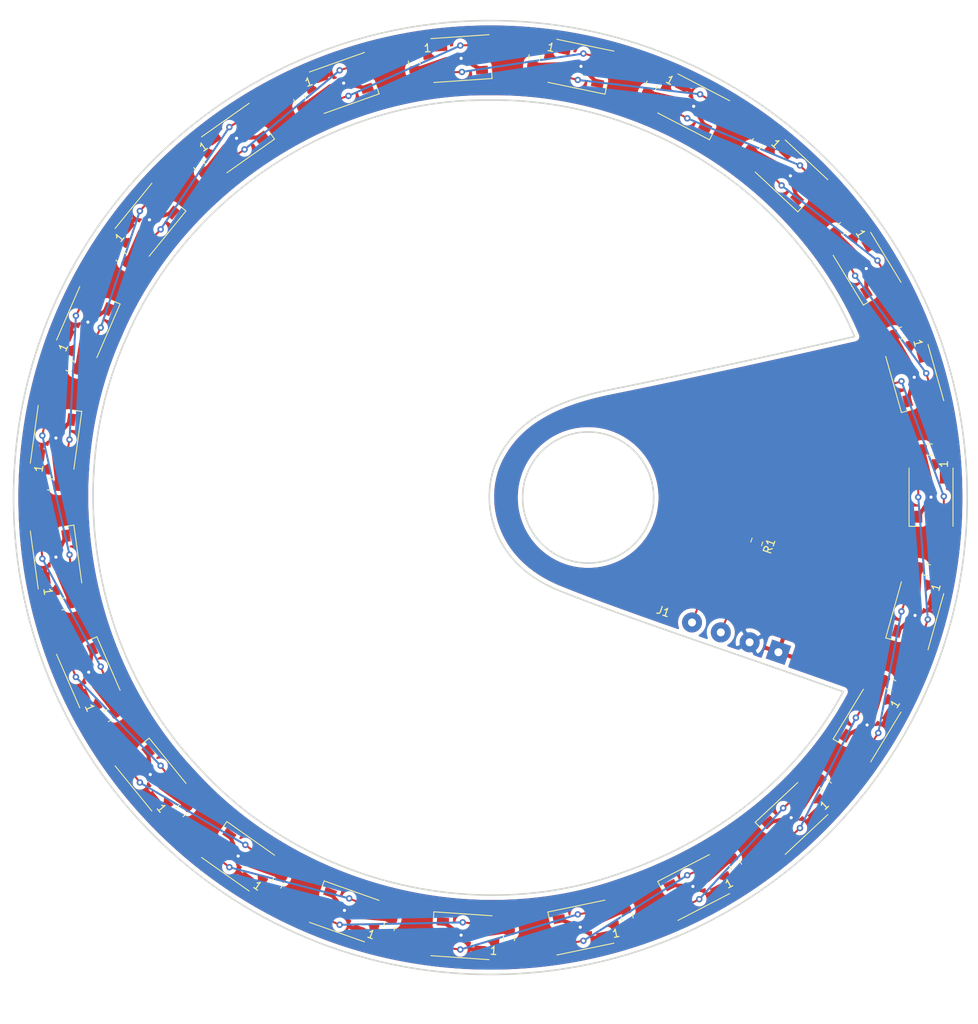
<source format=kicad_pcb>
(kicad_pcb (version 20171130) (host pcbnew "(6.0.0-rc1-dev-1532-ga0a4e5e18)")
  (title_block (title "Blue Yeti Shockmount Ring Light") (date 2019-02-03) (rev 1))
  (layers (0 F.Cu signal) (31 B.Cu signal) (34 B.Paste user) (35 F.Paste user) (36 B.SilkS user) (37 F.SilkS user) (38 B.Mask user) (39 F.Mask user) (44 Edge.Cuts user))
  (net 0 "")
  (net 1 GND)
  (net 2 "Net-(D1-Pad2)")
  (net 3 "Net-(D1-Pad4)")
  (net 4 "Net-(D2-Pad2)")
  (net 5 "Net-(D3-Pad2)")
  (net 6 "Net-(D4-Pad2)")
  (net 7 "Net-(D5-Pad2)")
  (net 8 "Net-(D6-Pad2)")
  (net 9 "Net-(D7-Pad2)")
  (net 10 "Net-(D8-Pad2)")
  (net 11 "Net-(D10-Pad4)")
  (net 12 "Net-(D10-Pad2)")
  (net 13 "Net-(D12-Pad2)")
  (net 14 /DATA)
  (net 15 "Net-(D13-Pad2)")
  (net 16 "Net-(D14-Pad2)")
  (net 17 "Net-(D15-Pad2)")
  (net 18 "Net-(D16-Pad2)")
  (net 19 "Net-(D17-Pad2)")
  (net 20 "Net-(D18-Pad2)")
  (net 21 "Net-(D19-Pad2)")
  (net 22 "Net-(D20-Pad2)")
  (net 23 "Net-(D21-Pad2)")
  (net 24 "Net-(D22-Pad2)")
  (net 25 /IN)
  (net 26 +5V)
  (net 27 /OUT)
  (module LED_SMD:LED_WS2812B_PLCC4_5.0x5.0mm_P3.2mm (layer F.Cu) (at 189.140422 54.304022 316.9565217)
    (fp_text reference D21 hide)
    (fp_text value WS2812B)
    (fp_text user 1 (at -4.15 -1.6 316.9565217) (layer F.SilkS))
    (pad 1 smd rect (at -2.45 -1.6 316.9565217) (size 1.5 1) (layers F.Cu F.Paste F.Mask) (net 26 +5V))
    (pad 2 smd rect (at -2.45 1.6 316.9565217) (size 1.5 1) (layers F.Cu F.Paste F.Mask) (net 23 "Net-(D21-Pad2)"))
    (pad 4 smd rect (at 2.45 -1.6 316.9565217) (size 1.5 1) (layers F.Cu F.Paste F.Mask) (net 22 "Net-(D20-Pad2)"))
    (pad 3 smd rect (at 2.45 1.6 316.9565217) (size 1.5 1) (layers F.Cu F.Paste F.Mask) (net 1 GND))
  )
  (module Capacitor_SMD:C_0805_2012Metric (layer F.Cu) (at 105.241299 64.442834 322.0422049)
    (fp_text reference C1 hide)
    (fp_text value 104)
    (pad 1 smd roundrect (at -0.9375 0 322.0422049) (size 0.975 1.4) (layers F.Cu F.Paste F.Mask) (net 26 +5V))
    (pad 2 smd roundrect (at 0.9375 0 322.0422049) (size 0.975 1.4) (layers F.Cu F.Paste F.Mask) (net 1 GND))
  )
  (module Capacitor_SMD:C_0805_2012Metric (layer F.Cu) (at 115.069731 53.050007 306.390031)
    (fp_text reference C2 hide)
    (fp_text value 104)
    (pad 2 smd roundrect (at 0.9375 0 306.390031) (size 0.975 1.4) (layers F.Cu F.Paste F.Mask) (net 1 GND))
    (pad 1 smd roundrect (at -0.9375 0 306.390031) (size 0.975 1.4) (layers F.Cu F.Paste F.Mask) (net 26 +5V))
  )
  (module Capacitor_SMD:C_0805_2012Metric (layer F.Cu) (at 127.607447 44.731337 290.737857)
    (fp_text reference C3 hide)
    (fp_text value 104)
    (pad 1 smd roundrect (at -0.9375 0 290.737857) (size 0.975 1.4) (layers F.Cu F.Paste F.Mask) (net 26 +5V))
    (pad 2 smd roundrect (at 0.9375 0 290.737857) (size 0.975 1.4) (layers F.Cu F.Paste F.Mask) (net 1 GND))
  )
  (module Capacitor_SMD:C_0805_2012Metric (layer F.Cu) (at 141.924581 40.10378 275.0856831)
    (fp_text reference C4 hide)
    (fp_text value 104)
    (pad 2 smd roundrect (at 0.9375 0 275.0856831) (size 0.975 1.4) (layers F.Cu F.Paste F.Mask) (net 1 GND))
    (pad 1 smd roundrect (at -0.9375 0 275.0856831) (size 0.975 1.4) (layers F.Cu F.Paste F.Mask) (net 26 +5V))
  )
  (module Capacitor_SMD:C_0805_2012Metric (layer F.Cu) (at 156.959295 39.510543 259.4335092)
    (fp_text reference C5 hide)
    (fp_text value 104)
    (pad 1 smd roundrect (at -0.9375 0 259.4335092) (size 0.975 1.4) (layers F.Cu F.Paste F.Mask) (net 26 +5V))
    (pad 2 smd roundrect (at 0.9375 0 259.4335092) (size 0.975 1.4) (layers F.Cu F.Paste F.Mask) (net 1 GND))
  )
  (module Capacitor_SMD:C_0805_2012Metric (layer F.Cu) (at 171.596536 42.995622 243.7813353)
    (fp_text reference C6 hide)
    (fp_text value 104)
    (pad 2 smd roundrect (at 0.9375 0 243.7813353) (size 0.975 1.4) (layers F.Cu F.Paste F.Mask) (net 1 GND))
    (pad 1 smd roundrect (at -0.9375 0 243.7813353) (size 0.975 1.4) (layers F.Cu F.Paste F.Mask) (net 26 +5V))
  )
  (module Capacitor_SMD:C_0805_2012Metric (layer F.Cu) (at 184.750725 50.300545 228.1291614)
    (fp_text reference C7 hide)
    (fp_text value 104)
    (pad 1 smd roundrect (at -0.9375 0 228.1291614) (size 0.975 1.4) (layers F.Cu F.Paste F.Mask) (net 26 +5V))
    (pad 2 smd roundrect (at 0.9375 0 228.1291614) (size 0.975 1.4) (layers F.Cu F.Paste F.Mask) (net 1 GND))
  )
  (module Capacitor_SMD:C_0805_2012Metric (layer F.Cu) (at 195.446277 60.883539 212.4769875)
    (fp_text reference C8 hide)
    (fp_text value 104)
    (pad 1 smd roundrect (at -0.9375 0 212.4769875) (size 0.975 1.4) (layers F.Cu F.Paste F.Mask) (net 26 +5V))
    (pad 2 smd roundrect (at 0.9375 0 212.4769875) (size 0.975 1.4) (layers F.Cu F.Paste F.Mask) (net 1 GND))
  )
  (module Capacitor_SMD:C_0805_2012Metric (layer F.Cu) (at 202.889951 73.959713 196.8248136)
    (fp_text reference C9 hide)
    (fp_text value 104)
    (pad 1 smd roundrect (at -0.9375 0 196.8248136) (size 0.975 1.4) (layers F.Cu F.Paste F.Mask) (net 26 +5V))
    (pad 2 smd roundrect (at 0.9375 0 196.8248136) (size 0.975 1.4) (layers F.Cu F.Paste F.Mask) (net 1 GND))
  )
  (module Capacitor_SMD:C_0805_2012Metric (layer F.Cu) (at 206.529683 88.559266 181.1726397)
    (fp_text reference C10 hide)
    (fp_text value 104)
    (pad 2 smd roundrect (at 0.9375 0 181.1726397) (size 0.975 1.4) (layers F.Cu F.Paste F.Mask) (net 1 GND))
    (pad 1 smd roundrect (at -0.9375 0 181.1726397) (size 0.975 1.4) (layers F.Cu F.Paste F.Mask) (net 26 +5V))
  )
  (module Capacitor_SMD:C_0805_2012Metric (layer F.Cu) (at 206.095533 103.599415 165.5204657)
    (fp_text reference C11 hide)
    (fp_text value 104)
    (pad 1 smd roundrect (at -0.9375 0 165.5204657) (size 0.975 1.4) (layers F.Cu F.Paste F.Mask) (net 26 +5V))
    (pad 2 smd roundrect (at 0.9375 0 165.5204657) (size 0.975 1.4) (layers F.Cu F.Paste F.Mask) (net 1 GND))
  )
  (module Capacitor_SMD:C_0805_2012Metric (layer F.Cu) (at 201.619698 117.964703 149.8682918)
    (fp_text reference C12 hide)
    (fp_text value 104)
    (pad 2 smd roundrect (at 0.9375 0 149.8682918) (size 0.975 1.4) (layers F.Cu F.Paste F.Mask) (net 1 GND))
    (pad 1 smd roundrect (at -0.9375 0 149.8682918) (size 0.975 1.4) (layers F.Cu F.Paste F.Mask) (net 26 +5V))
  )
  (module Capacitor_SMD:C_0805_2012Metric (layer F.Cu) (at 193.43413 130.589721 134.2161179)
    (fp_text reference C13 hide)
    (fp_text value 104)
    (pad 2 smd roundrect (at 0.9375 0 134.2161179) (size 0.975 1.4) (layers F.Cu F.Paste F.Mask) (net 1 GND))
    (pad 1 smd roundrect (at -0.9375 0 134.2161179) (size 0.975 1.4) (layers F.Cu F.Paste F.Mask) (net 26 +5V))
  )
  (module Capacitor_SMD:C_0805_2012Metric (layer F.Cu) (at 182.145917 140.53813 118.563944)
    (fp_text reference C14 hide)
    (fp_text value 104)
    (pad 1 smd roundrect (at -0.9375 0.000001 118.563944) (size 0.975 1.4) (layers F.Cu F.Paste F.Mask) (net 26 +5V))
    (pad 2 smd roundrect (at 0.9375 -0.000001 118.563944) (size 0.975 1.4) (layers F.Cu F.Paste F.Mask) (net 1 GND))
  )
  (module Capacitor_SMD:C_0805_2012Metric (layer F.Cu) (at 168.592253 147.072101 102.9117701)
    (fp_text reference C15 hide)
    (fp_text value 104)
    (pad 2 smd roundrect (at 0.9375 0 102.9117701) (size 0.975 1.4) (layers F.Cu F.Paste F.Mask) (net 1 GND))
    (pad 1 smd roundrect (at -0.9375 0 102.9117701) (size 0.975 1.4) (layers F.Cu F.Paste F.Mask) (net 26 +5V))
  )
  (module Capacitor_SMD:C_0805_2012Metric (layer F.Cu) (at 153.778351 149.70704 87.25959617)
    (fp_text reference C16 hide)
    (fp_text value 104)
    (pad 1 smd roundrect (at -0.9375 0 87.25959617) (size 0.975 1.4) (layers F.Cu F.Paste F.Mask) (net 26 +5V))
    (pad 2 smd roundrect (at 0.9375 0 87.25959617) (size 0.975 1.4) (layers F.Cu F.Paste F.Mask) (net 1 GND))
  )
  (module Capacitor_SMD:C_0805_2012Metric (layer F.Cu) (at 138.802891 148.247525 71.60742226)
    (fp_text reference C17 hide)
    (fp_text value 104)
    (pad 2 smd roundrect (at 0.9375 0 71.60742226) (size 0.975 1.4) (layers F.Cu F.Paste F.Mask) (net 1 GND))
    (pad 1 smd roundrect (at -0.9375 0 71.60742226) (size 0.975 1.4) (layers F.Cu F.Paste F.Mask) (net 26 +5V))
  )
  (module Capacitor_SMD:C_0805_2012Metric (layer F.Cu) (at 124.776534 142.801802 55.95524835)
    (fp_text reference C18 hide)
    (fp_text value 104)
    (pad 1 smd roundrect (at -0.9375 0 55.95524835) (size 0.975 1.4) (layers F.Cu F.Paste F.Mask) (net 26 +5V))
    (pad 2 smd roundrect (at 0.9375 0 55.95524835) (size 0.975 1.4) (layers F.Cu F.Paste F.Mask) (net 1 GND))
  )
  (module Capacitor_SMD:C_0805_2012Metric (layer F.Cu) (at 112.739551 133.773756 40.30307443)
    (fp_text reference C19 hide)
    (fp_text value 104)
    (pad 2 smd roundrect (at 0.9375 0 40.30307443) (size 0.975 1.4) (layers F.Cu F.Paste F.Mask) (net 1 GND))
    (pad 1 smd roundrect (at -0.9375 0 40.30307443) (size 0.975 1.4) (layers F.Cu F.Paste F.Mask) (net 26 +5V))
  )
  (module Capacitor_SMD:C_0805_2012Metric (layer F.Cu) (at 103.584669 121.832954 24.65090052)
    (fp_text reference C20 hide)
    (fp_text value 104)
    (pad 1 smd roundrect (at -0.9375 0 24.65090052) (size 0.975 1.4) (layers F.Cu F.Paste F.Mask) (net 26 +5V))
    (pad 2 smd roundrect (at 0.9375 0 24.65090052) (size 0.975 1.4) (layers F.Cu F.Paste F.Mask) (net 1 GND))
  )
  (module Capacitor_SMD:C_0805_2012Metric (layer F.Cu) (at 97.990865 107.864993 8.998726608)
    (fp_text reference C21 hide)
    (fp_text value 104)
    (pad 2 smd roundrect (at 0.9375 0 8.998726608) (size 0.975 1.4) (layers F.Cu F.Paste F.Mask) (net 1 GND))
    (pad 1 smd roundrect (at -0.9375 0 8.998726608) (size 0.975 1.4) (layers F.Cu F.Paste F.Mask) (net 26 +5V))
  )
  (module Capacitor_SMD:C_0805_2012Metric (layer F.Cu) (at 96.373005 92.905812 353.3465527)
    (fp_text reference C22 hide)
    (fp_text value 104)
    (pad 1 smd roundrect (at -0.9375 0 353.3465527) (size 0.975 1.4) (layers F.Cu F.Paste F.Mask) (net 26 +5V))
    (pad 2 smd roundrect (at 0.9375 0 353.3465527) (size 0.975 1.4) (layers F.Cu F.Paste F.Mask) (net 1 GND))
  )
  (module Capacitor_SMD:C_0805_2012Metric (layer F.Cu) (at 98.851079 78.064863 337.6943788)
    (fp_text reference C23 hide)
    (fp_text value 104)
    (pad 2 smd roundrect (at 0.9375 0 337.6943788) (size 0.975 1.4) (layers F.Cu F.Paste F.Mask) (net 1 GND))
    (pad 1 smd roundrect (at -0.9375 0 337.6943788) (size 0.975 1.4) (layers F.Cu F.Paste F.Mask) (net 26 +5V))
  )
  (module LED_SMD:LED_WS2812B_PLCC4_5.0x5.0mm_P3.2mm (layer F.Cu) (at 206.6 94.5 270)
    (fp_text reference D1 hide)
    (fp_text value WS2812B)
    (fp_text user 1 (at -4.15 -1.6 270) (layer F.SilkS))
    (pad 3 smd rect (at 2.45 1.6 270) (size 1.5 1) (layers F.Cu F.Paste F.Mask) (net 1 GND))
    (pad 4 smd rect (at 2.45 -1.6 270) (size 1.5 1) (layers F.Cu F.Paste F.Mask) (net 3 "Net-(D1-Pad4)"))
    (pad 2 smd rect (at -2.45 1.6 270) (size 1.5 1) (layers F.Cu F.Paste F.Mask) (net 2 "Net-(D1-Pad2)"))
    (pad 1 smd rect (at -2.45 -1.6 270) (size 1.5 1) (layers F.Cu F.Paste F.Mask) (net 26 +5V))
  )
  (module LED_SMD:LED_WS2812B_PLCC4_5.0x5.0mm_P3.2mm (layer F.Cu) (at 204.56045 109.338822 254.3478261)
    (fp_text reference D2 hide)
    (fp_text value WS2812B)
    (fp_text user 1 (at -4.15 -1.6 254.3478261) (layer F.SilkS))
    (pad 3 smd rect (at 2.450001 1.6 254.3478261) (size 1.5 1) (layers F.Cu F.Paste F.Mask) (net 1 GND))
    (pad 4 smd rect (at 2.45 -1.6 254.3478261) (size 1.5 1) (layers F.Cu F.Paste F.Mask) (net 2 "Net-(D1-Pad2)"))
    (pad 2 smd rect (at -2.45 1.6 254.3478261) (size 1.5 1) (layers F.Cu F.Paste F.Mask) (net 4 "Net-(D2-Pad2)"))
    (pad 1 smd rect (at -2.450001 -1.6 254.3478261) (size 1.5 1) (layers F.Cu F.Paste F.Mask) (net 26 +5V))
  )
  (module LED_SMD:LED_WS2812B_PLCC4_5.0x5.0mm_P3.2mm (layer F.Cu) (at 198.593067 123.077117 238.6956522)
    (fp_text reference D3 hide)
    (fp_text value WS2812B)
    (fp_text user 1 (at -4.15 -1.6 238.6956522) (layer F.SilkS))
    (pad 3 smd rect (at 2.45 1.6 238.6956522) (size 1.5 1) (layers F.Cu F.Paste F.Mask) (net 1 GND))
    (pad 4 smd rect (at 2.45 -1.6 238.6956522) (size 1.5 1) (layers F.Cu F.Paste F.Mask) (net 4 "Net-(D2-Pad2)"))
    (pad 2 smd rect (at -2.45 1.6 238.6956522) (size 1.5 1) (layers F.Cu F.Paste F.Mask) (net 5 "Net-(D3-Pad2)"))
    (pad 1 smd rect (at -2.45 -1.6 238.6956522) (size 1.5 1) (layers F.Cu F.Paste F.Mask) (net 26 +5V))
  )
  (module LED_SMD:LED_WS2812B_PLCC4_5.0x5.0mm_P3.2mm (layer F.Cu) (at 189.140422 134.695978 223.0434783)
    (fp_text reference D4 hide)
    (fp_text value WS2812B)
    (fp_text user 1 (at -4.15 -1.6 223.0434783) (layer F.SilkS))
    (pad 1 smd rect (at -2.45 -1.6 223.0434783) (size 1.5 1) (layers F.Cu F.Paste F.Mask) (net 26 +5V))
    (pad 2 smd rect (at -2.45 1.6 223.0434783) (size 1.5 1) (layers F.Cu F.Paste F.Mask) (net 6 "Net-(D4-Pad2)"))
    (pad 4 smd rect (at 2.45 -1.6 223.0434783) (size 1.5 1) (layers F.Cu F.Paste F.Mask) (net 5 "Net-(D3-Pad2)"))
    (pad 3 smd rect (at 2.45 1.6 223.0434783) (size 1.5 1) (layers F.Cu F.Paste F.Mask) (net 1 GND))
  )
  (module LED_SMD:LED_WS2812B_PLCC4_5.0x5.0mm_P3.2mm (layer F.Cu) (at 176.903577 143.333687 207.3913043)
    (fp_text reference D5 hide)
    (fp_text value WS2812B)
    (fp_text user 1 (at -4.15 -1.6 207.3913043) (layer F.SilkS))
    (pad 3 smd rect (at 2.45 1.6 207.3913043) (size 1.5 1) (layers F.Cu F.Paste F.Mask) (net 1 GND))
    (pad 4 smd rect (at 2.45 -1.6 207.3913043) (size 1.5 1) (layers F.Cu F.Paste F.Mask) (net 6 "Net-(D4-Pad2)"))
    (pad 2 smd rect (at -2.45 1.6 207.3913043) (size 1.5 1) (layers F.Cu F.Paste F.Mask) (net 7 "Net-(D5-Pad2)"))
    (pad 1 smd rect (at -2.45 -1.6 207.3913043) (size 1.5 1) (layers F.Cu F.Paste F.Mask) (net 26 +5V))
  )
  (module LED_SMD:LED_WS2812B_PLCC4_5.0x5.0mm_P3.2mm (layer F.Cu) (at 162.79008 148.349624 191.7391304)
    (fp_text reference D6 hide)
    (fp_text value WS2812B)
    (fp_text user 1 (at -4.15 -1.6 191.7391304) (layer F.SilkS))
    (pad 1 smd rect (at -2.45 -1.6 191.7391304) (size 1.5 1) (layers F.Cu F.Paste F.Mask) (net 26 +5V))
    (pad 2 smd rect (at -2.45 1.6 191.7391304) (size 1.5 1) (layers F.Cu F.Paste F.Mask) (net 8 "Net-(D6-Pad2)"))
    (pad 4 smd rect (at 2.45 -1.6 191.7391304) (size 1.5 1) (layers F.Cu F.Paste F.Mask) (net 7 "Net-(D5-Pad2)"))
    (pad 3 smd rect (at 2.45 1.6 191.7391304) (size 1.5 1) (layers F.Cu F.Paste F.Mask) (net 1 GND))
  )
  (module LED_SMD:LED_WS2812B_PLCC4_5.0x5.0mm_P3.2mm (layer F.Cu) (at 147.846668 149.371782 176.0869565)
    (fp_text reference D7 hide)
    (fp_text value WS2812B)
    (fp_text user 1 (at -4.15 -1.6 176.0869565) (layer F.SilkS))
    (pad 3 smd rect (at 2.45 1.6 176.0869565) (size 1.5 1) (layers F.Cu F.Paste F.Mask) (net 1 GND))
    (pad 4 smd rect (at 2.45 -1.6 176.0869565) (size 1.5 1) (layers F.Cu F.Paste F.Mask) (net 8 "Net-(D6-Pad2)"))
    (pad 2 smd rect (at -2.45 1.6 176.0869565) (size 1.5 1) (layers F.Cu F.Paste F.Mask) (net 9 "Net-(D7-Pad2)"))
    (pad 1 smd rect (at -2.45 -1.6 176.0869565) (size 1.5 1) (layers F.Cu F.Paste F.Mask) (net 26 +5V))
  )
  (module LED_SMD:LED_WS2812B_PLCC4_5.0x5.0mm_P3.2mm (layer F.Cu) (at 133.181622 146.32435 160.4347826)
    (fp_text reference D8 hide)
    (fp_text value WS2812B)
    (fp_text user 1 (at -4.15 -1.6 160.4347826) (layer F.SilkS))
    (pad 1 smd rect (at -2.45 -1.6 160.4347826) (size 1.5 1) (layers F.Cu F.Paste F.Mask) (net 26 +5V))
    (pad 2 smd rect (at -2.45 1.6 160.4347826) (size 1.5 1) (layers F.Cu F.Paste F.Mask) (net 10 "Net-(D8-Pad2)"))
    (pad 4 smd rect (at 2.45 -1.6 160.4347826) (size 1.5 1) (layers F.Cu F.Paste F.Mask) (net 9 "Net-(D7-Pad2)"))
    (pad 3 smd rect (at 2.45 1.6 160.4347826) (size 1.5 1) (layers F.Cu F.Paste F.Mask) (net 1 GND))
  )
  (module LED_SMD:LED_WS2812B_PLCC4_5.0x5.0mm_P3.2mm (layer F.Cu) (at 119.882583 139.433344 144.7826087)
    (fp_text reference D9 hide)
    (fp_text value WS2812B)
    (fp_text user 1 (at -4.15 -1.6 144.7826087) (layer F.SilkS))
    (pad 3 smd rect (at 2.45 1.6 144.7826087) (size 1.5 1) (layers F.Cu F.Paste F.Mask) (net 1 GND))
    (pad 4 smd rect (at 2.45 -1.6 144.7826087) (size 1.5 1) (layers F.Cu F.Paste F.Mask) (net 10 "Net-(D8-Pad2)"))
    (pad 2 smd rect (at -2.45 1.6 144.7826087) (size 1.5 1) (layers F.Cu F.Paste F.Mask) (net 11 "Net-(D10-Pad4)"))
    (pad 1 smd rect (at -2.45 -1.6 144.7826087) (size 1.5 1) (layers F.Cu F.Paste F.Mask) (net 26 +5V))
  )
  (module LED_SMD:LED_WS2812B_PLCC4_5.0x5.0mm_P3.2mm (layer F.Cu) (at 108.93588 129.209836 129.1304348)
    (fp_text reference D10 hide)
    (fp_text value WS2812B)
    (fp_text user 1 (at -4.15 -1.6 129.1304348) (layer F.SilkS))
    (pad 1 smd rect (at -2.449999 -1.6 129.1304348) (size 1.5 1) (layers F.Cu F.Paste F.Mask) (net 26 +5V))
    (pad 2 smd rect (at -2.45 1.6 129.1304348) (size 1.5 1) (layers F.Cu F.Paste F.Mask) (net 12 "Net-(D10-Pad2)"))
    (pad 4 smd rect (at 2.45 -1.6 129.1304348) (size 1.5 1) (layers F.Cu F.Paste F.Mask) (net 11 "Net-(D10-Pad4)"))
    (pad 3 smd rect (at 2.449999 1.6 129.1304348) (size 1.5 1) (layers F.Cu F.Paste F.Mask) (net 1 GND))
  )
  (module LED_SMD:LED_WS2812B_PLCC4_5.0x5.0mm_P3.2mm (layer F.Cu) (at 101.153379 116.412059 113.4782609)
    (fp_text reference D11 hide)
    (fp_text value WS2812B)
    (fp_text user 1 (at -4.15 -1.600001 113.4782609) (layer F.SilkS))
    (pad 1 smd rect (at -2.45 -1.599999 113.4782609) (size 1.5 1) (layers F.Cu F.Paste F.Mask) (net 26 +5V))
    (pad 2 smd rect (at -2.45 1.6 113.4782609) (size 1.5 1) (layers F.Cu F.Paste F.Mask) (net 14 /DATA))
    (pad 4 smd rect (at 2.45 -1.6 113.4782609) (size 1.5 1) (layers F.Cu F.Paste F.Mask) (net 12 "Net-(D10-Pad2)"))
    (pad 3 smd rect (at 2.45 1.599999 113.4782609) (size 1.5 1) (layers F.Cu F.Paste F.Mask) (net 1 GND))
  )
  (module LED_SMD:LED_WS2812B_PLCC4_5.0x5.0mm_P3.2mm (layer F.Cu) (at 97.112273 101.989165 97.82608696)
    (fp_text reference D12 hide)
    (fp_text value WS2812B)
    (fp_text user 1 (at -4.15 -1.6 97.82608696) (layer F.SilkS))
    (pad 1 smd rect (at -2.45 -1.6 97.82608696) (size 1.5 1) (layers F.Cu F.Paste F.Mask) (net 26 +5V))
    (pad 2 smd rect (at -2.45 1.6 97.82608696) (size 1.5 1) (layers F.Cu F.Paste F.Mask) (net 13 "Net-(D12-Pad2)"))
    (pad 4 smd rect (at 2.45 -1.6 97.82608696) (size 1.5 1) (layers F.Cu F.Paste F.Mask) (net 14 /DATA))
    (pad 3 smd rect (at 2.45 1.6 97.82608696) (size 1.5 1) (layers F.Cu F.Paste F.Mask) (net 1 GND))
  )
  (module LED_SMD:LED_WS2812B_PLCC4_5.0x5.0mm_P3.2mm (layer F.Cu) (at 97.112273 87.010835 82.17391304)
    (fp_text reference D13 hide)
    (fp_text value WS2812B)
    (fp_text user 1 (at -4.15 -1.6 82.17391304) (layer F.SilkS))
    (pad 1 smd rect (at -2.45 -1.6 82.17391304) (size 1.5 1) (layers F.Cu F.Paste F.Mask) (net 26 +5V))
    (pad 2 smd rect (at -2.45 1.6 82.17391304) (size 1.5 1) (layers F.Cu F.Paste F.Mask) (net 15 "Net-(D13-Pad2)"))
    (pad 4 smd rect (at 2.45 -1.6 82.17391304) (size 1.5 1) (layers F.Cu F.Paste F.Mask) (net 13 "Net-(D12-Pad2)"))
    (pad 3 smd rect (at 2.45 1.6 82.17391304) (size 1.5 1) (layers F.Cu F.Paste F.Mask) (net 1 GND))
  )
  (module LED_SMD:LED_WS2812B_PLCC4_5.0x5.0mm_P3.2mm (layer F.Cu) (at 101.153379 72.587941 66.52173913)
    (fp_text reference D14 hide)
    (fp_text value WS2812B)
    (fp_text user 1 (at -4.15 -1.6 66.52173913) (layer F.SilkS))
    (pad 1 smd rect (at -2.45 -1.6 66.52173913) (size 1.5 1) (layers F.Cu F.Paste F.Mask) (net 26 +5V))
    (pad 2 smd rect (at -2.45 1.599999 66.52173913) (size 1.5 1) (layers F.Cu F.Paste F.Mask) (net 16 "Net-(D14-Pad2)"))
    (pad 4 smd rect (at 2.45 -1.599999 66.52173913) (size 1.5 1) (layers F.Cu F.Paste F.Mask) (net 15 "Net-(D13-Pad2)"))
    (pad 3 smd rect (at 2.45 1.6 66.52173913) (size 1.5 1) (layers F.Cu F.Paste F.Mask) (net 1 GND))
  )
  (module LED_SMD:LED_WS2812B_PLCC4_5.0x5.0mm_P3.2mm (layer F.Cu) (at 108.93588 59.790164 50.86956522)
    (fp_text reference D15 hide)
    (fp_text value WS2812B)
    (fp_text user 1 (at -4.15 -1.6 50.86956522) (layer F.SilkS))
    (pad 1 smd rect (at -2.45 -1.6 50.86956522) (size 1.5 1) (layers F.Cu F.Paste F.Mask) (net 26 +5V))
    (pad 2 smd rect (at -2.449999 1.6 50.86956522) (size 1.5 1) (layers F.Cu F.Paste F.Mask) (net 17 "Net-(D15-Pad2)"))
    (pad 4 smd rect (at 2.449999 -1.6 50.86956522) (size 1.5 1) (layers F.Cu F.Paste F.Mask) (net 16 "Net-(D14-Pad2)"))
    (pad 3 smd rect (at 2.45 1.6 50.86956522) (size 1.5 1) (layers F.Cu F.Paste F.Mask) (net 1 GND))
  )
  (module LED_SMD:LED_WS2812B_PLCC4_5.0x5.0mm_P3.2mm (layer F.Cu) (at 119.882583 49.566656 35.2173913)
    (fp_text reference D16 hide)
    (fp_text value WS2812B)
    (fp_text user 1 (at -4.150001 -1.6 35.2173913) (layer F.SilkS))
    (pad 3 smd rect (at 2.45 1.6 35.2173913) (size 1.5 1) (layers F.Cu F.Paste F.Mask) (net 1 GND))
    (pad 4 smd rect (at 2.45 -1.6 35.2173913) (size 1.5 1) (layers F.Cu F.Paste F.Mask) (net 17 "Net-(D15-Pad2)"))
    (pad 2 smd rect (at -2.45 1.6 35.2173913) (size 1.5 1) (layers F.Cu F.Paste F.Mask) (net 18 "Net-(D16-Pad2)"))
    (pad 1 smd rect (at -2.45 -1.6 35.2173913) (size 1.5 1) (layers F.Cu F.Paste F.Mask) (net 26 +5V))
  )
  (module LED_SMD:LED_WS2812B_PLCC4_5.0x5.0mm_P3.2mm (layer F.Cu) (at 133.181622 42.67565 19.56521739)
    (fp_text reference D17 hide)
    (fp_text value WS2812B)
    (fp_text user 1 (at -4.15 -1.6 19.56521739) (layer F.SilkS))
    (pad 1 smd rect (at -2.45 -1.6 19.56521739) (size 1.5 1) (layers F.Cu F.Paste F.Mask) (net 26 +5V))
    (pad 2 smd rect (at -2.45 1.6 19.56521739) (size 1.5 1) (layers F.Cu F.Paste F.Mask) (net 19 "Net-(D17-Pad2)"))
    (pad 4 smd rect (at 2.45 -1.6 19.56521739) (size 1.5 1) (layers F.Cu F.Paste F.Mask) (net 18 "Net-(D16-Pad2)"))
    (pad 3 smd rect (at 2.45 1.6 19.56521739) (size 1.5 1) (layers F.Cu F.Paste F.Mask) (net 1 GND))
  )
  (module LED_SMD:LED_WS2812B_PLCC4_5.0x5.0mm_P3.2mm (layer F.Cu) (at 147.846668 39.628218 3.913043478)
    (fp_text reference D18 hide)
    (fp_text value WS2812B)
    (fp_text user 1 (at -4.15 -1.6 3.913043478) (layer F.SilkS))
    (pad 3 smd rect (at 2.45 1.6 3.913043478) (size 1.5 1) (layers F.Cu F.Paste F.Mask) (net 1 GND))
    (pad 4 smd rect (at 2.45 -1.6 3.913043478) (size 1.5 1) (layers F.Cu F.Paste F.Mask) (net 19 "Net-(D17-Pad2)"))
    (pad 2 smd rect (at -2.45 1.6 3.913043478) (size 1.5 1) (layers F.Cu F.Paste F.Mask) (net 20 "Net-(D18-Pad2)"))
    (pad 1 smd rect (at -2.45 -1.6 3.913043478) (size 1.5 1) (layers F.Cu F.Paste F.Mask) (net 26 +5V))
  )
  (module LED_SMD:LED_WS2812B_PLCC4_5.0x5.0mm_P3.2mm (layer F.Cu) (at 162.79008 40.650376 348.2608696)
    (fp_text reference D19 hide)
    (fp_text value WS2812B)
    (fp_text user 1 (at -4.15 -1.6 348.2608696) (layer F.SilkS))
    (pad 1 smd rect (at -2.45 -1.6 348.2608696) (size 1.5 1) (layers F.Cu F.Paste F.Mask) (net 26 +5V))
    (pad 2 smd rect (at -2.45 1.6 348.2608696) (size 1.5 1) (layers F.Cu F.Paste F.Mask) (net 21 "Net-(D19-Pad2)"))
    (pad 4 smd rect (at 2.45 -1.6 348.2608696) (size 1.5 1) (layers F.Cu F.Paste F.Mask) (net 20 "Net-(D18-Pad2)"))
    (pad 3 smd rect (at 2.45 1.6 348.2608696) (size 1.5 1) (layers F.Cu F.Paste F.Mask) (net 1 GND))
  )
  (module LED_SMD:LED_WS2812B_PLCC4_5.0x5.0mm_P3.2mm (layer F.Cu) (at 176.903577 45.666313 332.6086957)
    (fp_text reference D20 hide)
    (fp_text value WS2812B)
    (fp_text user 1 (at -4.15 -1.6 332.6086957) (layer F.SilkS))
    (pad 3 smd rect (at 2.45 1.6 332.6086957) (size 1.5 1) (layers F.Cu F.Paste F.Mask) (net 1 GND))
    (pad 4 smd rect (at 2.45 -1.6 332.6086957) (size 1.5 1) (layers F.Cu F.Paste F.Mask) (net 21 "Net-(D19-Pad2)"))
    (pad 2 smd rect (at -2.45 1.6 332.6086957) (size 1.5 1) (layers F.Cu F.Paste F.Mask) (net 22 "Net-(D20-Pad2)"))
    (pad 1 smd rect (at -2.45 -1.6 332.6086957) (size 1.5 1) (layers F.Cu F.Paste F.Mask) (net 26 +5V))
  )
  (module LED_SMD:LED_WS2812B_PLCC4_5.0x5.0mm_P3.2mm (layer F.Cu) (at 198.593067 65.922883 301.3043478)
    (fp_text reference D22 hide)
    (fp_text value WS2812B)
    (fp_text user 1 (at -4.15 -1.6 301.3043478) (layer F.SilkS))
    (pad 3 smd rect (at 2.45 1.6 301.3043478) (size 1.5 1) (layers F.Cu F.Paste F.Mask) (net 1 GND))
    (pad 4 smd rect (at 2.45 -1.6 301.3043478) (size 1.5 1) (layers F.Cu F.Paste F.Mask) (net 23 "Net-(D21-Pad2)"))
    (pad 2 smd rect (at -2.45 1.6 301.3043478) (size 1.5 1) (layers F.Cu F.Paste F.Mask) (net 24 "Net-(D22-Pad2)"))
    (pad 1 smd rect (at -2.45 -1.6 301.3043478) (size 1.5 1) (layers F.Cu F.Paste F.Mask) (net 26 +5V))
  )
  (module LED_SMD:LED_WS2812B_PLCC4_5.0x5.0mm_P3.2mm (layer F.Cu) (at 204.56045 79.661178 285.6521739)
    (fp_text reference D23 hide)
    (fp_text value WS2812B)
    (fp_text user 1 (at -4.15 -1.6 285.6521739) (layer F.SilkS))
    (pad 3 smd rect (at 2.45 1.6 285.6521739) (size 1.5 1) (layers F.Cu F.Paste F.Mask) (net 1 GND))
    (pad 4 smd rect (at 2.450001 -1.6 285.6521739) (size 1.5 1) (layers F.Cu F.Paste F.Mask) (net 24 "Net-(D22-Pad2)"))
    (pad 2 smd rect (at -2.450001 1.6 285.6521739) (size 1.5 1) (layers F.Cu F.Paste F.Mask) (net 27 /OUT))
    (pad 1 smd rect (at -2.45 -1.6 285.6521739) (size 1.5 1) (layers F.Cu F.Paste F.Mask) (net 26 +5V))
  )
  (module Resistor_SMD:R_0805_2012Metric (layer F.Cu) (at 184.8 100.1 251)
    (fp_text reference R1 (at 0 -1.65 251) (layer F.SilkS))
    (fp_text value 470)
    (pad 2 smd roundrect (at 0.9375 0 251) (size 0.975 1.4) (layers F.Cu F.Paste F.Mask) (net 25 /IN))
    (pad 1 smd roundrect (at -0.9375 0 251) (size 0.975 1.4) (layers F.Cu F.Paste F.Mask) (net 3 "Net-(D1-Pad4)"))
  )
  (module Connector_Wire:SolderWirePad_1x04_P3.81mm_Drill1mm (layer F.Cu) (at 187.5 113.9 161)
    (fp_text reference J1 (at 15.275865 0.133963 161) (layer F.SilkS))
    (fp_text value Conn_01x04_Male)
    (pad 1 thru_hole rect (at 0 0 161) (size 2.49936 2.49936) (drill 1.00076) (layers *.Cu *.Mask) (net 26 +5V))
    (pad 2 thru_hole circle (at 3.81 0 161) (size 2.49936 2.49936) (drill 1.00076) (layers *.Cu *.Mask) (net 1 GND))
    (pad 3 thru_hole circle (at 7.62 0 161) (size 2.49936 2.49936) (drill 1.00076) (layers *.Cu *.Mask) (net 25 /IN))
    (pad 4 thru_hole circle (at 11.43 0 161) (size 2.49936 2.49936) (drill 1.00076) (layers *.Cu *.Mask) (net 27 /OUT))
  )
  (gr_curve (pts (xy 183.800762 132.841181) (xy 185.00296 131.885191) (xy 186.158829 130.874641) (xy 187.262086 129.810857)) (layer Edge.Cuts) (width 0.2))
  (gr_curve (pts (xy 181.418922 113.893075) (xy 179.805615 113.336751) (xy 178.198353 112.781989) (xy 176.615682 112.232732)) (layer Edge.Cuts) (width 0.2))
  (gr_curve (pts (xy 166.887858 102.102286) (xy 165.906698 102.51728) (xy 164.827965 102.746764) (xy 163.695636 102.746764)) (layer Edge.Cuts) (width 0.2))
  (gr_curve (pts (xy 163.695636 86.344653) (xy 164.827965 86.344653) (xy 165.906698 86.574137) (xy 166.887858 86.989133)) (layer Edge.Cuts) (width 0.2))
  (gr_curve (pts (xy 193.2 122.8) (xy 194.06767 121.528603) (xy 194.870156 120.206628) (xy 195.601179 118.835406)) (layer Edge.Cuts) (width 0.2))
  (gr_curve (pts (xy 210.82229 100.646297) (xy 211.025995 98.640396) (xy 211.13035 96.605126) (xy 211.13035 94.545479)) (layer Edge.Cuts) (width 0.2))
  (gr_curve (pts (xy 191.022943 117.218106) (xy 189.459636 116.67135) (xy 187.865286 116.118252) (xy 186.258434 115.562765)) (layer Edge.Cuts) (width 0.2))
  (gr_curve (pts (xy 197.504983 132.500614) (xy 198.720992 131.027131) (xy 199.867638 129.494286) (xy 200.939925 127.907075)) (layer Edge.Cuts) (width 0.2))
  (gr_curve (pts (xy 203.928698 122.987338) (xy 204.847263 121.296394) (xy 205.686468 119.556081) (xy 206.441314 117.771401)) (layer Edge.Cuts) (width 0.2))
  (gr_curve (pts (xy 187.262086 129.810857) (xy 188.365343 128.747076) (xy 189.415988 127.630061) (xy 190.407736 126.461143)) (layer Edge.Cuts) (width 0.2))
  (gr_curve (pts (xy 171.252215 91.353493) (xy 171.667211 92.334653) (xy 171.896695 93.413386) (xy 171.896695 94.545715)) (layer Edge.Cuts) (width 0.2))
  (gr_curve (pts (xy 169.49466 100.344733) (xy 168.752612 101.086784) (xy 167.86902 101.68729) (xy 166.887858 102.102286)) (layer Edge.Cuts) (width 0.2))
  (gr_curve (pts (xy 171.252215 97.737937) (xy 170.837219 98.719096) (xy 170.23671 99.602685) (xy 169.49466 100.344733)) (layer Edge.Cuts) (width 0.2))
  (gr_curve (pts (xy 190.407736 126.461143) (xy 191.399482 125.292221) (xy 192.332334 124.071399) (xy 193.2 122.8)) (layer Edge.Cuts) (width 0.2))
  (gr_curve (pts (xy 209.918103 106.570884) (xy 210.31552 104.628726) (xy 210.618582 102.652199) (xy 210.82229 100.646297)) (layer Edge.Cuts) (width 0.2))
  (gr_curve (pts (xy 186.258434 115.562765) (xy 184.65158 115.007275) (xy 183.03223 114.449395) (xy 181.418922 113.893075)) (layer Edge.Cuts) (width 0.2))
  (gr_curve (pts (xy 195.601179 118.835406) (xy 194.118509 118.30528) (xy 192.586249 117.764866) (xy 191.022943 117.218106)) (layer Edge.Cuts) (width 0.2))
  (gr_curve (pts (xy 169.49466 88.746689) (xy 170.23671 89.488739) (xy 170.837219 90.372331) (xy 171.252215 91.353493)) (layer Edge.Cuts) (width 0.2))
  (gr_curve (pts (xy 211.13035 94.545479) (xy 211.13035 92.485833) (xy 211.025995 90.450563) (xy 210.82229 88.444667)) (layer Edge.Cuts) (width 0.2))
  (gr_curve (pts (xy 171.896695 94.545715) (xy 171.896695 95.678044) (xy 171.667211 96.756774) (xy 171.252215 97.737937)) (layer Edge.Cuts) (width 0.2))
  (gr_curve (pts (xy 208.447779 112.28925) (xy 209.02891 110.420831) (xy 209.520683 108.513045) (xy 209.918103 106.570884)) (layer Edge.Cuts) (width 0.2))
  (gr_curve (pts (xy 166.887858 86.989133) (xy 167.86902 87.404129) (xy 168.752612 88.004638) (xy 169.49466 88.746689)) (layer Edge.Cuts) (width 0.2))
  (gr_curve (pts (xy 206.441314 117.771401) (xy 207.196162 115.98672) (xy 207.866648 114.157668) (xy 208.447779 112.28925)) (layer Edge.Cuts) (width 0.2))
  (gr_curve (pts (xy 200.939925 127.907075) (xy 202.01221 126.319863) (xy 203.010134 124.678285) (xy 203.928698 122.987338)) (layer Edge.Cuts) (width 0.2))
  (gr_curve (pts (xy 167.563093 109.034875) (xy 166.152961 108.523446) (xy 164.804513 108.025423) (xy 163.536288 107.544755)) (layer Edge.Cuts) (width 0.2))
  (gr_curve (pts (xy 176.615682 112.232732) (xy 175.033008 111.683476) (xy 173.474927 111.139725) (xy 171.959981 110.605434)) (layer Edge.Cuts) (width 0.2))
  (gr_curve (pts (xy 171.959981 110.605434) (xy 170.445035 110.071142) (xy 168.973224 109.546304) (xy 167.563093 109.034875)) (layer Edge.Cuts) (width 0.2))
  (gr_curve (pts (xy 184.776575 77.164074) (xy 186.162457 76.858928) (xy 187.556401 76.549987) (xy 188.942307 76.24071)) (layer Edge.Cuts) (width 0.2))
  (gr_curve (pts (xy 157.896615 88.746689) (xy 158.638665 88.004638) (xy 159.522255 87.404129) (xy 160.503414 86.989133)) (layer Edge.Cuts) (width 0.2))
  (gr_curve (pts (xy 189.416565 48.502138) (xy 187.9431 47.286129) (xy 186.410271 46.13948) (xy 184.823073 45.067195)) (layer Edge.Cuts) (width 0.2))
  (gr_curve (pts (xy 164.015697 81.617975) (xy 164.83953 81.401334) (xy 165.702646 81.203905) (xy 166.605423 81.02335)) (layer Edge.Cuts) (width 0.2))
  (gr_curve (pts (xy 109.21687 68.235773) (xy 107.945581 70.273605) (xy 106.827759 72.411142) (xy 105.883848 74.634613)) (layer Edge.Cuts) (width 0.2))
  (gr_curve (pts (xy 151.342171 93.880976) (xy 151.379724 93.139489) (xy 151.488494 92.418219) (xy 151.660923 91.732226)) (layer Edge.Cuts) (width 0.2))
  (gr_curve (pts (xy 151.461641 34.876771) (xy 149.401995 34.876771) (xy 147.366725 34.981125) (xy 145.360823 35.184833)) (layer Edge.Cuts) (width 0.2))
  (gr_curve (pts (xy 120.277421 133.329834) (xy 122.135543 134.82531) (xy 124.104371 136.177103) (xy 126.160527 137.379367)) (layer Edge.Cuts) (width 0.2))
  (gr_curve (pts (xy 160.630068 143.468443) (xy 162.975025 143.029359) (xy 165.290415 142.41153) (xy 167.552856 141.609115)) (layer Edge.Cuts) (width 0.2))
  (gr_curve (pts (xy 163.536288 107.544755) (xy 162.268066 107.064086) (xy 161.080066 106.600774) (xy 159.99084 106.158767)) (layer Edge.Cuts) (width 0.2))
  (gr_curve (pts (xy 113.47069 62.435162) (xy 111.91291 64.259814) (xy 110.488156 66.197942) (xy 109.21687 68.235773)) (layer Edge.Cuts) (width 0.2))
  (gr_curve (pts (xy 151.660923 91.732226) (xy 151.833354 91.046233) (xy 152.069445 90.395516) (xy 152.361637 89.795137)) (layer Edge.Cuts) (width 0.2))
  (gr_curve (pts (xy 159.99084 106.158767) (xy 158.901613 105.716759) (xy 157.928963 105.204618) (xy 157.065328 104.637405)) (layer Edge.Cuts) (width 0.2))
  (gr_curve (pts (xy 151.461644 44.821384) (xy 149.043519 44.788565) (xy 146.63576 44.951848) (xy 144.258813 45.297462)) (layer Edge.Cuts) (width 0.2))
  (gr_curve (pts (xy 152.031982 98.452068) (xy 151.754416 97.689939) (xy 151.563188 96.917911) (xy 151.450741 96.151042)) (layer Edge.Cuts) (width 0.2))
  (gr_curve (pts (xy 118.522655 57.315406) (xy 116.71927 58.899334) (xy 115.028469 60.610511) (xy 113.47069 62.435162)) (layer Edge.Cuts) (width 0.2))
  (gr_curve (pts (xy 167.552856 141.609115) (xy 169.025125 141.110868) (xy 170.476205 140.552745) (xy 171.899812 139.936075)) (layer Edge.Cuts) (width 0.2))
  (gr_curve (pts (xy 153.131257 100.693705) (xy 152.673454 99.966429) (xy 152.309549 99.214198) (xy 152.031982 98.452068)) (layer Edge.Cuts) (width 0.2))
  (gr_curve (pts (xy 159.541119 83.167137) (xy 160.209311 82.864271) (xy 160.91604 82.585302) (xy 161.661678 82.327889)) (layer Edge.Cuts) (width 0.2))
  (gr_curve (pts (xy 144.258813 45.297462) (xy 141.881865 45.643077) (xy 139.535725 46.171024) (xy 137.24084 46.867532)) (layer Edge.Cuts) (width 0.2))
  (gr_curve (pts (xy 137.24084 46.867532) (xy 134.945956 47.564037) (xy 132.702323 48.429105) (xy 130.530385 49.448963)) (layer Edge.Cuts) (width 0.2))
  (gr_curve (pts (xy 139.358364 142.751895) (xy 141.670315 143.332682) (xy 144.022836 143.752256) (xy 146.392548 144.004772)) (layer Edge.Cuts) (width 0.2))
  (gr_curve (pts (xy 124.250106 52.959129) (xy 122.242003 54.274793) (xy 120.326039 55.731475) (xy 118.522655 57.315406)) (layer Edge.Cuts) (width 0.2))
  (gr_curve (pts (xy 104.175388 109.899038) (xy 104.90831 112.189176) (xy 105.80398 114.426324) (xy 106.858419 116.585989)) (layer Edge.Cuts) (width 0.2))
  (gr_curve (pts (xy 169.563329 80.421788) (xy 170.627124 80.202457) (xy 171.76338 79.965472) (xy 172.955994 79.714295)) (layer Edge.Cuts) (width 0.2))
  (gr_curve (pts (xy 103.446236 81.441556) (xy 102.813654 83.763693) (xy 102.359706 86.130819) (xy 102.080415 88.51844)) (layer Edge.Cuts) (width 0.2))
  (gr_curve (pts (xy 101.762555 95.718295) (xy 101.828613 98.122411) (xy 102.06536 100.522528) (xy 102.468823 102.89415)) (layer Edge.Cuts) (width 0.2))
  (gr_curve (pts (xy 106.858419 116.585989) (xy 107.91286 118.745655) (xy 109.126073 120.827833) (xy 110.494088 122.808035)) (layer Edge.Cuts) (width 0.2))
  (gr_curve (pts (xy 161.661678 82.327889) (xy 162.407316 82.070476) (xy 163.191864 81.834618) (xy 164.015697 81.617975)) (layer Edge.Cuts) (width 0.2))
  (gr_curve (pts (xy 180.061472 135.54414) (xy 181.350041 134.698601) (xy 182.598567 133.79717) (xy 183.800762 132.841181)) (layer Edge.Cuts) (width 0.2))
  (gr_curve (pts (xy 157.651777 84.14977) (xy 158.243272 83.796766) (xy 158.872927 83.470003) (xy 159.541119 83.167137)) (layer Edge.Cuts) (width 0.2))
  (gr_curve (pts (xy 189.416565 140.589128) (xy 190.890029 139.373103) (xy 192.304129 138.087715) (xy 193.653867 136.737961)) (layer Edge.Cuts) (width 0.2))
  (gr_curve (pts (xy 146.392548 144.004772) (xy 148.762259 144.257287) (xy 151.149161 144.342748) (xy 153.529873 144.255308)) (layer Edge.Cuts) (width 0.2))
  (gr_curve (pts (xy 123.01978 42.078423) (xy 121.328836 42.996987) (xy 119.687258 43.994911) (xy 118.100044 45.067198)) (layer Edge.Cuts) (width 0.2))
  (gr_curve (pts (xy 118.100044 45.067198) (xy 116.512832 46.139483) (xy 114.979987 47.286129) (xy 113.506507 48.502138)) (layer Edge.Cuts) (width 0.2))
  (gr_curve (pts (xy 171.899812 139.936075) (xy 173.323416 139.319408) (xy 174.719547 138.644194) (xy 176.081919 137.911761)) (layer Edge.Cuts) (width 0.2))
  (gr_curve (pts (xy 110.494088 122.808035) (xy 111.8621 124.788235) (xy 113.384915 126.666457) (xy 115.058558 128.418205)) (layer Edge.Cuts) (width 0.2))
  (gr_curve (pts (xy 102.080415 88.51844) (xy 101.801126 90.906062) (xy 101.696496 93.314177) (xy 101.762555 95.718295)) (layer Edge.Cuts) (width 0.2))
  (gr_curve (pts (xy 151.461641 154.214706) (xy 153.521288 154.214706) (xy 155.556558 154.110352) (xy 157.562454 153.906639)) (layer Edge.Cuts) (width 0.2))
  (gr_curve (pts (xy 132.5676 140.531742) (xy 134.775032 141.429111) (xy 137.046414 142.171111) (xy 139.358364 142.751895)) (layer Edge.Cuts) (width 0.2))
  (gr_curve (pts (xy 102.468823 102.89415) (xy 102.872286 105.265772) (xy 103.442466 107.6089) (xy 104.175388 109.899038)) (layer Edge.Cuts) (width 0.2))
  (gr_curve (pts (xy 176.081919 137.911761) (xy 177.444291 137.179329) (xy 178.772904 136.389677) (xy 180.061472 135.54414)) (layer Edge.Cuts) (width 0.2))
  (gr_curve (pts (xy 139.436234 36.089021) (xy 137.494076 36.486438) (xy 135.586287 36.978211) (xy 133.717868 37.559342)) (layer Edge.Cuts) (width 0.2))
  (gr_curve (pts (xy 154.79392 102.785602) (xy 154.140762 102.123299) (xy 153.589061 101.420979) (xy 153.131257 100.693705)) (layer Edge.Cuts) (width 0.2))
  (gr_curve (pts (xy 152.361637 89.795137) (xy 152.65383 89.194758) (xy 152.982686 88.629984) (xy 153.348581 88.098473)) (layer Edge.Cuts) (width 0.2))
  (gr_line (start 151.461641 34.876771) (end 151.461641 34.876771) (layer Edge.Cuts) (width 0.2))
  (gr_curve (pts (xy 157.562454 153.906639) (xy 159.56835 153.702928) (xy 161.544875 153.399861) (xy 163.487025 153.002436)) (layer Edge.Cuts) (width 0.2))
  (gr_curve (pts (xy 163.487025 153.002436) (xy 165.429178 152.60501) (xy 167.336956 152.113229) (xy 169.205364 151.532088)) (layer Edge.Cuts) (width 0.2))
  (gr_curve (pts (xy 169.205364 151.532088) (xy 171.073775 150.950949) (xy 172.902813 150.28045) (xy 174.68748 149.525591)) (layer Edge.Cuts) (width 0.2))
  (gr_curve (pts (xy 174.68748 149.525591) (xy 176.472151 148.770732) (xy 178.21245 147.931514) (xy 179.903381 147.012936)) (layer Edge.Cuts) (width 0.2))
  (gr_curve (pts (xy 154.557753 86.601389) (xy 154.998099 86.134063) (xy 155.475857 85.697659) (xy 155.991403 85.289839)) (layer Edge.Cuts) (width 0.2))
  (gr_curve (pts (xy 179.903381 147.012936) (xy 181.594312 146.094358) (xy 183.235874 145.096419) (xy 184.823073 144.024118)) (layer Edge.Cuts) (width 0.2))
  (gr_curve (pts (xy 184.823073 144.024118) (xy 186.410268 142.951817) (xy 187.9431 141.805153) (xy 189.416565 140.589128)) (layer Edge.Cuts) (width 0.2))
  (gr_curve (pts (xy 155.494585 94.545715) (xy 155.494585 93.413386) (xy 155.724068 92.334653) (xy 156.139062 91.353493)) (layer Edge.Cuts) (width 0.2))
  (gr_curve (pts (xy 208.447779 76.801757) (xy 207.866651 74.933346) (xy 207.196162 73.104308) (xy 206.441317 71.31964)) (layer Edge.Cuts) (width 0.2))
  (gr_curve (pts (xy 145.360823 153.906639) (xy 147.366725 154.110352) (xy 149.401998 154.214706) (xy 151.461641 154.214706)) (layer Edge.Cuts) (width 0.2))
  (gr_curve (pts (xy 109.269162 136.737961) (xy 110.618915 138.087715) (xy 112.03303 139.373103) (xy 113.506512 140.589128)) (layer Edge.Cuts) (width 0.2))
  (gr_curve (pts (xy 169.205367 37.559339) (xy 167.336956 36.978208) (xy 165.429178 36.486435) (xy 163.487025 36.089018)) (layer Edge.Cuts) (width 0.2))
  (gr_curve (pts (xy 113.506512 140.589128) (xy 114.979992 141.805153) (xy 116.512837 142.951817) (xy 118.100049 144.024118)) (layer Edge.Cuts) (width 0.2))
  (gr_curve (pts (xy 118.100049 144.024118) (xy 119.687263 145.096419) (xy 121.328839 146.094358) (xy 123.019785 147.012936)) (layer Edge.Cuts) (width 0.2))
  (gr_curve (pts (xy 123.019785 147.012936) (xy 124.710729 147.931514) (xy 126.451042 148.770732) (xy 128.235723 149.525591)) (layer Edge.Cuts) (width 0.2))
  (gr_curve (pts (xy 128.235723 149.525591) (xy 130.020404 150.28045) (xy 131.849452 150.950949) (xy 133.717871 151.532088)) (layer Edge.Cuts) (width 0.2))
  (gr_curve (pts (xy 163.695636 102.746764) (xy 162.563309 102.746764) (xy 161.484579 102.51728) (xy 160.503417 102.102284)) (layer Edge.Cuts) (width 0.2))
  (gr_curve (pts (xy 176.68682 78.921651) (xy 177.976058 78.645556) (xy 179.305555 78.358734) (xy 180.659214 78.06465)) (layer Edge.Cuts) (width 0.2))
  (gr_curve (pts (xy 157.562454 35.184831) (xy 155.556558 34.981123) (xy 153.521288 34.876771) (xy 151.461641 34.876771)) (layer Edge.Cuts) (width 0.2))
  (gr_curve (pts (xy 133.717871 151.532088) (xy 135.58629 152.113229) (xy 137.494078 152.60501) (xy 139.436236 153.002436)) (layer Edge.Cuts) (width 0.2))
  (gr_curve (pts (xy 139.436236 153.002436) (xy 141.378394 153.399861) (xy 143.354925 153.702928) (xy 145.360823 153.906639)) (layer Edge.Cuts) (width 0.2))
  (gr_curve (pts (xy 156.139062 91.353493) (xy 156.554058 90.372331) (xy 157.154567 89.488739) (xy 157.896615 88.746689)) (layer Edge.Cuts) (width 0.2))
  (gr_curve (pts (xy 105.417998 132.500614) (xy 106.634023 133.974095) (xy 107.919411 135.388211) (xy 109.269162 136.737961)) (layer Edge.Cuts) (width 0.2))
  (gr_curve (pts (xy 155.991403 85.289839) (xy 156.506949 84.882015) (xy 157.060283 84.502772) (xy 157.651777 84.14977)) (layer Edge.Cuts) (width 0.2))
  (gr_curve (pts (xy 130.530385 49.448963) (xy 128.35845 50.468818) (xy 126.258209 51.643464) (xy 124.250106 52.959129)) (layer Edge.Cuts) (width 0.2))
  (gr_curve (pts (xy 91.792417 94.545479) (xy 91.792417 96.605126) (xy 91.896774 98.640396) (xy 92.100485 100.646297)) (layer Edge.Cuts) (width 0.2))
  (gr_curve (pts (xy 193.653867 136.737961) (xy 195.003601 135.388211) (xy 196.288974 133.974095) (xy 197.504983 132.500614)) (layer Edge.Cuts) (width 0.2))
  (gr_curve (pts (xy 92.100485 100.646297) (xy 92.304195 102.652199) (xy 92.607265 104.628726) (xy 93.004688 106.570884)) (layer Edge.Cuts) (width 0.2))
  (gr_curve (pts (xy 93.004688 106.570884) (xy 93.402113 108.513045) (xy 93.893897 110.420831) (xy 94.475036 112.28925)) (layer Edge.Cuts) (width 0.2))
  (gr_curve (pts (xy 172.450529 49.35802) (xy 170.284031 48.358284) (xy 168.043454 47.512088) (xy 165.747678 46.831112)) (layer Edge.Cuts) (width 0.2))
  (gr_curve (pts (xy 165.747678 46.831112) (xy 163.451902 46.150135) (xy 161.100925 45.63438) (xy 158.713627 45.295531)) (layer Edge.Cuts) (width 0.2))
  (gr_curve (pts (xy 184.823073 45.067195) (xy 183.235877 43.994908) (xy 181.594312 42.996984) (xy 179.903381 42.07842)) (layer Edge.Cuts) (width 0.2))
  (gr_curve (pts (xy 94.475036 112.28925) (xy 95.056177 114.157668) (xy 95.726676 115.98672) (xy 96.481535 117.771401)) (layer Edge.Cuts) (width 0.2))
  (gr_curve (pts (xy 174.68748 39.565804) (xy 172.902813 38.810959) (xy 171.073775 38.14047) (xy 169.205367 37.559339)) (layer Edge.Cuts) (width 0.2))
  (gr_curve (pts (xy 163.487025 36.089018) (xy 161.544875 35.691601) (xy 159.56835 35.388539) (xy 157.562454 35.184831)) (layer Edge.Cuts) (width 0.2))
  (gr_curve (pts (xy 96.481535 117.771401) (xy 97.236394 119.556081) (xy 98.075612 121.296394) (xy 98.99419 122.987338)) (layer Edge.Cuts) (width 0.2))
  (gr_curve (pts (xy 98.99419 122.987338) (xy 99.912768 124.678285) (xy 100.910708 126.319863) (xy 101.983008 127.907075)) (layer Edge.Cuts) (width 0.2))
  (gr_curve (pts (xy 133.717868 37.559342) (xy 131.84945 38.140473) (xy 130.020401 38.810961) (xy 128.23572 39.565807)) (layer Edge.Cuts) (width 0.2))
  (gr_curve (pts (xy 209.918103 82.520096) (xy 209.520685 80.577943) (xy 209.02891 78.670165) (xy 208.447779 76.801757)) (layer Edge.Cuts) (width 0.2))
  (gr_curve (pts (xy 197.504983 56.590556) (xy 196.288974 55.117089) (xy 195.003601 53.702992) (xy 193.653867 52.353254)) (layer Edge.Cuts) (width 0.2))
  (gr_curve (pts (xy 101.983008 127.907075) (xy 103.055309 129.494286) (xy 104.201971 131.027131) (xy 105.417998 132.500614)) (layer Edge.Cuts) (width 0.2))
  (gr_curve (pts (xy 92.100482 88.444667) (xy 91.896772 90.450563) (xy 91.792417 92.485833) (xy 91.792417 94.545479)) (layer Edge.Cuts) (width 0.2))
  (gr_curve (pts (xy 188.942307 76.24071) (xy 190.328216 75.931434) (xy 191.706083 75.621823) (xy 193.059816 75.315346)) (layer Edge.Cuts) (width 0.2))
  (gr_curve (pts (xy 166.605423 81.02335) (xy 167.5082 80.842796) (xy 168.499535 80.64112) (xy 169.563329 80.421788)) (layer Edge.Cuts) (width 0.2))
  (gr_curve (pts (xy 151.450741 96.151042) (xy 151.33829 95.384174) (xy 151.304622 94.622465) (xy 151.342171 93.880976)) (layer Edge.Cuts) (width 0.2))
  (gr_curve (pts (xy 206.441317 71.31964) (xy 205.686468 69.53497) (xy 204.847265 67.794671) (xy 203.928701 66.10374)) (layer Edge.Cuts) (width 0.2))
  (gr_curve (pts (xy 105.883848 74.634613) (xy 104.89003 76.842275) (xy 104.078818 79.119419) (xy 103.446236 81.441556)) (layer Edge.Cuts) (width 0.2))
  (gr_curve (pts (xy 157.065328 104.637405) (xy 156.201694 104.070191) (xy 155.447079 103.447904) (xy 154.79392 102.785602)) (layer Edge.Cuts) (width 0.2))
  (gr_curve (pts (xy 153.529873 144.255308) (xy 155.910586 144.167866) (xy 158.285111 143.907527) (xy 160.630068 143.468443)) (layer Edge.Cuts) (width 0.2))
  (gr_curve (pts (xy 109.269157 52.353257) (xy 107.919404 53.702992) (xy 106.634015 55.117092) (xy 105.41799 56.590556)) (layer Edge.Cuts) (width 0.2))
  (gr_curve (pts (xy 105.41799 56.590556) (xy 104.201965 58.064023) (xy 103.055304 59.596853) (xy 101.983003 61.184048)) (layer Edge.Cuts) (width 0.2))
  (gr_curve (pts (xy 101.983003 61.184048) (xy 100.910702 62.771247) (xy 99.912763 64.412809) (xy 98.994185 66.10374)) (layer Edge.Cuts) (width 0.2))
  (gr_curve (pts (xy 98.994185 66.10374) (xy 98.075605 67.794673) (xy 97.236389 69.534973) (xy 96.48153 71.31964)) (layer Edge.Cuts) (width 0.2))
  (gr_curve (pts (xy 96.48153 71.31964) (xy 95.726671 73.10431) (xy 95.056172 74.933349) (xy 94.475033 76.801757)) (layer Edge.Cuts) (width 0.2))
  (gr_curve (pts (xy 153.348581 88.098473) (xy 153.714476 87.566962) (xy 154.117407 87.068714) (xy 154.557753 86.601389)) (layer Edge.Cuts) (width 0.2))
  (gr_curve (pts (xy 210.82229 88.444667) (xy 210.618582 86.438771) (xy 210.31552 84.462246) (xy 209.918103 82.520096)) (layer Edge.Cuts) (width 0.2))
  (gr_curve (pts (xy 94.475033 76.801757) (xy 93.893891 78.670165) (xy 93.40211 80.577945) (xy 93.004685 82.520096)) (layer Edge.Cuts) (width 0.2))
  (gr_curve (pts (xy 193.059816 75.315346) (xy 194.413549 75.008866) (xy 195.743146 74.705518) (xy 197.032506 74.408767)) (layer Edge.Cuts) (width 0.2))
  (gr_curve (pts (xy 172.955994 79.714295) (xy 174.148609 79.463116) (xy 175.397585 79.197747) (xy 176.68682 78.921651)) (layer Edge.Cuts) (width 0.2))
  (gr_curve (pts (xy 93.004685 82.520096) (xy 92.60726 84.462248) (xy 92.304193 86.438771) (xy 92.100482 88.444667)) (layer Edge.Cuts) (width 0.2))
  (gr_curve (pts (xy 113.506507 48.502138) (xy 112.033023 49.71815) (xy 110.618908 51.003519) (xy 109.269157 52.353257)) (layer Edge.Cuts) (width 0.2))
  (gr_curve (pts (xy 115.058558 128.418205) (xy 116.671886 130.195202) (xy 118.4193 131.834359) (xy 120.277421 133.329834)) (layer Edge.Cuts) (width 0.2))
  (gr_curve (pts (xy 203.928701 66.10374) (xy 203.010136 64.412809) (xy 202.01221 62.771244) (xy 200.939925 61.184048)) (layer Edge.Cuts) (width 0.2))
  (gr_curve (pts (xy 184.409571 57.105393) (xy 182.614892 55.53825) (xy 180.708381 54.101272) (xy 178.708914 52.806149)) (layer Edge.Cuts) (width 0.2))
  (gr_curve (pts (xy 193.684632 67.97681) (xy 192.412793 65.935727) (xy 190.99137 64.001445) (xy 189.439234 62.18565)) (layer Edge.Cuts) (width 0.2))
  (gr_curve (pts (xy 160.503417 102.102284) (xy 159.522257 101.687287) (xy 158.638668 101.086778) (xy 157.896618 100.344731)) (layer Edge.Cuts) (width 0.2))
  (gr_curve (pts (xy 126.160527 137.379367) (xy 128.216683 138.581633) (xy 130.360166 139.634374) (xy 132.5676 140.531742)) (layer Edge.Cuts) (width 0.2))
  (gr_curve (pts (xy 197.032506 74.408767) (xy 196.07872 72.16577) (xy 194.956471 70.01789) (xy 193.684632 67.97681)) (layer Edge.Cuts) (width 0.2))
  (gr_curve (pts (xy 128.23572 39.565807) (xy 126.45104 40.320653) (xy 124.710727 41.159858) (xy 123.01978 42.078423)) (layer Edge.Cuts) (width 0.2))
  (gr_curve (pts (xy 158.713627 45.295531) (xy 156.326329 44.956682) (xy 153.902708 44.794738) (xy 151.461644 44.821384)) (layer Edge.Cuts) (width 0.2))
  (gr_curve (pts (xy 193.653867 52.353254) (xy 192.304129 51.003519) (xy 190.890032 49.718147) (xy 189.416565 48.502138)) (layer Edge.Cuts) (width 0.2))
  (gr_curve (pts (xy 180.659214 78.06465) (xy 182.012872 77.770566) (xy 183.390692 77.469218) (xy 184.776575 77.164074)) (layer Edge.Cuts) (width 0.2))
  (gr_curve (pts (xy 178.708914 52.806149) (xy 176.709449 51.511025) (xy 174.617027 50.357753) (xy 172.450529 49.35802)) (layer Edge.Cuts) (width 0.2))
  (gr_curve (pts (xy 157.896618 100.344731) (xy 157.15457 99.60268) (xy 156.554061 98.719091) (xy 156.139065 97.737931)) (layer Edge.Cuts) (width 0.2))
  (gr_curve (pts (xy 160.503414 86.989133) (xy 161.484576 86.574137) (xy 162.563307 86.344653) (xy 163.695636 86.344653)) (layer Edge.Cuts) (width 0.2))
  (gr_curve (pts (xy 189.439234 62.18565) (xy 187.887096 60.369851) (xy 186.20425 58.672539) (xy 184.409571 57.105393)) (layer Edge.Cuts) (width 0.2))
  (gr_curve (pts (xy 179.903381 42.07842) (xy 178.21245 41.159855) (xy 176.472151 40.32065) (xy 174.68748 39.565804)) (layer Edge.Cuts) (width 0.2))
  (gr_line (start 151.461644 44.821384) (end 151.461644 44.821384) (layer Edge.Cuts) (width 0.2))
  (gr_curve (pts (xy 200.939925 61.184048) (xy 199.86764 59.59685) (xy 198.720992 58.064021) (xy 197.504983 56.590556)) (layer Edge.Cuts) (width 0.2))
  (gr_curve (pts (xy 156.139065 97.737931) (xy 155.724068 96.756772) (xy 155.494585 95.678042) (xy 155.494585 94.545715)) (layer Edge.Cuts) (width 0.2))
  (gr_curve (pts (xy 145.360823 35.184833) (xy 143.354922 35.388539) (xy 141.378392 35.691603) (xy 139.436234 36.089021)) (layer Edge.Cuts) (width 0.2))
  (via (at 204.5 79.5) (size 0.8) (drill 0.4) (layers F.Cu B.Cu) (net 1))
  (via (at 198.5 65.9) (size 0.8) (drill 0.4) (layers F.Cu B.Cu) (net 1))
  (via (at 189 54.3) (size 0.8) (drill 0.4) (layers F.Cu B.Cu) (net 1))
  (via (at 176.9 45.6) (size 0.8) (drill 0.4) (layers F.Cu B.Cu) (net 1))
  (via (at 162.8 40.6) (size 0.8) (drill 0.4) (layers F.Cu B.Cu) (net 1))
  (via (at 147.8 39.6) (size 0.8) (drill 0.4) (layers F.Cu B.Cu) (net 1))
  (via (at 133.1 42.7) (size 0.8) (drill 0.4) (layers F.Cu B.Cu) (net 1))
  (via (at 119.7 49.6) (size 0.8) (drill 0.4) (layers F.Cu B.Cu) (net 1))
  (via (at 108.8 59.8) (size 0.8) (drill 0.4) (layers F.Cu B.Cu) (net 1))
  (via (at 101.1 72.6) (size 0.8) (drill 0.4) (layers F.Cu B.Cu) (net 1))
  (via (at 97.1 87.1) (size 0.8) (drill 0.4) (layers F.Cu B.Cu) (net 1))
  (via (at 97.1 102) (size 0.8) (drill 0.4) (layers F.Cu B.Cu) (net 1))
  (via (at 101.2 116.4) (size 0.8) (drill 0.4) (layers F.Cu B.Cu) (net 1))
  (via (at 108.9 129.2) (size 0.8) (drill 0.4) (layers F.Cu B.Cu) (net 1))
  (via (at 119.9 139.4) (size 0.8) (drill 0.4) (layers F.Cu B.Cu) (net 1))
  (via (at 133.2 146.2) (size 0.8) (drill 0.4) (layers F.Cu B.Cu) (net 1))
  (via (at 147.8 149.3) (size 0.8) (drill 0.4) (layers F.Cu B.Cu) (net 1))
  (via (at 162.7 148.3) (size 0.8) (drill 0.4) (layers F.Cu B.Cu) (net 1))
  (via (at 176.8 143.2) (size 0.8) (drill 0.4) (layers F.Cu B.Cu) (net 1))
  (via (at 189.1 134.6) (size 0.8) (drill 0.4) (layers F.Cu B.Cu) (net 1))
  (via (at 198.6 123) (size 0.8) (drill 0.4) (layers F.Cu B.Cu) (net 1))
  (via (at 204.6 109.3) (size 0.8) (drill 0.4) (layers F.Cu B.Cu) (net 1))
  (via (at 206.6 94.5) (size 0.8) (drill 0.4) (layers F.Cu B.Cu) (net 1))
  (segment (start 194.655395 61.38694) (end 197.7 64.4) (width 0.5) (layer F.Cu) (net 1))
  (segment (start 197.7 64.4) (end 198.5 65.9) (width 0.5) (layer F.Cu) (net 1))
  (segment (start 198.498977 68.847545) (end 198.5 65.9) (width 0.5) (layer F.Cu) (net 1))
  (segment (start 184.124987 50.998656) (end 187.9 53.1) (width 0.5) (layer F.Cu) (net 1))
  (segment (start 187.9 53.1) (end 189 54.3) (width 0.5) (layer F.Cu) (net 1))
  (segment (start 189 54.3) (end 189.838885 57.145615) (width 0.5) (layer F.Cu) (net 1))
  (segment (start 178.342792 48.214089) (end 176.9 45.6) (width 0.5) (layer F.Cu) (net 1))
  (segment (start 171.18235 43.836667) (end 175.3 44.8) (width 0.5) (layer F.Cu) (net 1))
  (segment (start 175.3 44.8) (end 176.9 45.6) (width 0.5) (layer F.Cu) (net 1))
  (segment (start 164.863306 42.715378) (end 162.8 40.6) (width 0.5) (layer F.Cu) (net 1))
  (segment (start 156.78738 40.432146) (end 161 40.3) (width 0.5) (layer F.Cu) (net 1))
  (segment (start 161 40.3) (end 162.8 40.6) (width 0.5) (layer F.Cu) (net 1))
  (segment (start 150.400144 41.057294) (end 147.8 39.6) (width 0.5) (layer F.Cu) (net 1))
  (segment (start 142.007686 41.037589) (end 145.9 39.7) (width 0.5) (layer F.Cu) (net 1))
  (segment (start 145.9 39.7) (end 147.8 39.6) (width 0.5) (layer F.Cu) (net 1))
  (segment (start 127.939409 45.608097) (end 131.4 43.1) (width 0.5) (layer F.Cu) (net 1))
  (segment (start 131.4 43.1) (end 133.1 42.7) (width 0.5) (layer F.Cu) (net 1))
  (segment (start 133.1 42.7) (end 136.025969 43.362812) (width 0.5) (layer F.Cu) (net 1))
  (segment (start 115.62593 53.804692) (end 118.2 50.6) (width 0.5) (layer F.Cu) (net 1))
  (segment (start 118.2 50.6) (end 119.7 49.6) (width 0.5) (layer F.Cu) (net 1))
  (segment (start 119.7 49.6) (end 122.806848 49.460941) (width 0.5) (layer F.Cu) (net 1))
  (segment (start 105.980484 65.019472) (end 107.6 61.3) (width 0.5) (layer F.Cu) (net 1))
  (segment (start 107.6 61.3) (end 108.8 59.8) (width 0.5) (layer F.Cu) (net 1))
  (segment (start 108.8 59.8) (end 111.723184 58.899412) (width 0.5) (layer F.Cu) (net 1))
  (segment (start 99.718428 78.420688) (end 100.4 74.3) (width 0.5) (layer F.Cu) (net 1))
  (segment (start 100.4 74.3) (end 101.1 72.6) (width 0.5) (layer F.Cu) (net 1))
  (segment (start 101.1 72.6) (end 103.597 70.978215) (width 0.5) (layer F.Cu) (net 1))
  (segment (start 97.304191 93.014434) (end 96.8 88.9) (width 0.5) (layer F.Cu) (net 1))
  (segment (start 96.8 88.9) (end 97.1 87.1) (width 0.5) (layer F.Cu) (net 1))
  (segment (start 99.030979 84.801521) (end 97.1 87.1) (width 0.5) (layer F.Cu) (net 1))
  (segment (start 98.916826 107.718356) (end 97.3 103.9) (width 0.5) (layer F.Cu) (net 1))
  (segment (start 97.3 103.9) (end 97.1 102) (width 0.5) (layer F.Cu) (net 1))
  (segment (start 97.1 102) (end 98.363762 99.344118) (width 0.5) (layer F.Cu) (net 1))
  (segment (start 104.436731 121.441934) (end 101.9 118.2) (width 0.5) (layer F.Cu) (net 1))
  (segment (start 101.9 118.2) (end 101.2 116.4) (width 0.5) (layer F.Cu) (net 1))
  (segment (start 101.2 116.4) (end 101.644834 113.52745) (width 0.5) (layer F.Cu) (net 1))
  (segment (start 113.45452 133.167352) (end 110.2 130.8) (width 0.5) (layer F.Cu) (net 1))
  (segment (start 110.2 130.8) (end 108.9 129.2) (width 0.5) (layer F.Cu) (net 1))
  (segment (start 108.630853 126.299603) (end 108.9 129.2) (width 0.5) (layer F.Cu) (net 1))
  (segment (start 125.301384 142.024989) (end 121.4 140.6) (width 0.5) (layer F.Cu) (net 1))
  (segment (start 121.4 140.6) (end 119.9 139.4) (width 0.5) (layer F.Cu) (net 1))
  (segment (start 119.9 139.4) (end 118.803695 136.713325) (width 0.5) (layer F.Cu) (net 1))
  (segment (start 139.098697 147.357915) (end 134.9 147) (width 0.5) (layer F.Cu) (net 1))
  (segment (start 134.9 147) (end 133.2 146.2) (width 0.5) (layer F.Cu) (net 1))
  (segment (start 133.2 146.2) (end 131.40889 143.996277) (width 0.5) (layer F.Cu) (net 1))
  (segment (start 153.823174 148.770612) (end 149.6 149.4) (width 0.5) (layer F.Cu) (net 1))
  (segment (start 149.6 149.4) (end 147.8 149.3) (width 0.5) (layer F.Cu) (net 1))
  (segment (start 145.511567 147.608318) (end 147.8 149.3) (width 0.5) (layer F.Cu) (net 1))
  (segment (start 168.382768 146.158305) (end 164.5 147.9) (width 0.5) (layer F.Cu) (net 1))
  (segment (start 164.5 147.9) (end 162.7 148.3) (width 0.5) (layer F.Cu) (net 1))
  (segment (start 160.065794 147.281557) (end 162.7 148.3) (width 0.5) (layer F.Cu) (net 1))
  (segment (start 181.697661 139.714739) (end 178.7 142.4) (width 0.5) (layer F.Cu) (net 1))
  (segment (start 173.992154 143.04023) (end 176.8 143.2) (width 0.5) (layer F.Cu) (net 1))
  (segment (start 176.8 143.2) (end 178.7 142.4) (width 0.5) (layer F.Cu) (net 1))
  (segment (start 192.780349 129.917801) (end 190.6 133.3) (width 0.5) (layer F.Cu) (net 1))
  (segment (start 190.6 133.3) (end 189.1 134.6) (width 0.5) (layer F.Cu) (net 1))
  (segment (start 186.257789 135.198896) (end 189.1 134.6) (width 0.5) (layer F.Cu) (net 1))
  (segment (start 200.808879 117.494088) (end 199.6 121.5) (width 0.5) (layer F.Cu) (net 1))
  (segment (start 199.6 121.5) (end 198.6 123) (width 0.5) (layer F.Cu) (net 1))
  (segment (start 198.6 123) (end 195.953015 124.33911) (width 0.5) (layer F.Cu) (net 1))
  (segment (start 205.187811 103.365008) (end 205 107.5) (width 0.5) (layer F.Cu) (net 1))
  (segment (start 205 107.5) (end 204.6 109.3) (width 0.5) (layer F.Cu) (net 1))
  (segment (start 202.35878 111.266295) (end 204.6 109.3) (width 0.5) (layer F.Cu) (net 1))
  (segment (start 205.592379 88.578452) (end 206.6 92.7) (width 0.5) (layer F.Cu) (net 1))
  (segment (start 206.6 92.7) (end 206.6 94.5) (width 0.5) (layer F.Cu) (net 1))
  (segment (start 205 96.95) (end 206.6 94.5) (width 0.5) (layer F.Cu) (net 1))
  (segment (start 201.992581 74.231069) (end 204.1 77.9) (width 0.5) (layer F.Cu) (net 1))
  (segment (start 204.1 77.9) (end 204.5 79.5) (width 0.5) (layer F.Cu) (net 1))
  (segment (start 203.680784 82.452) (end 204.5 79.5) (width 0.5) (layer F.Cu) (net 1))
  (via (at 205 94.5) (size 0.8) (drill 0.4) (layers F.Cu B.Cu) (net 2))
  (via (at 206.2 109.8) (size 0.8) (drill 0.4) (layers F.Cu B.Cu) (net 2))
  (segment (start 205.440116 112.129644) (end 206.2 109.8) (width 0.25) (layer F.Cu) (net 2))
  (segment (start 206.2 109.8) (end 205 94.5) (width 0.25) (layer B.Cu) (net 2))
  (segment (start 205 94.5) (end 205 92.05) (width 0.25) (layer F.Cu) (net 2))
  (via (at 202.9 80) (size 0.8) (drill 0.4) (layers F.Cu B.Cu) (net 3))
  (via (at 208.2 94.4) (size 0.8) (drill 0.4) (layers F.Cu B.Cu) (net 3))
  (segment (start 208.2 94.4) (end 202.9 80) (width 0.25) (layer B.Cu) (net 3))
  (segment (start 208.2 96.95) (end 208.2 94.4) (width 0.25) (layer F.Cu) (net 3))
  (segment (start 198 81.454687) (end 202.9 80) (width 0.25) (layer F.Cu) (net 3))
  (segment (start 185.10522 99.213576) (end 189.1 89.9) (width 0.25) (layer F.Cu) (net 3))
  (segment (start 189.1 89.9) (end 198 81.454687) (width 0.25) (layer F.Cu) (net 3))
  (via (at 200 124) (size 0.8) (drill 0.4) (layers F.Cu B.Cu) (net 4))
  (via (at 202.9 108.8) (size 0.8) (drill 0.4) (layers F.Cu B.Cu) (net 4))
  (segment (start 198.687157 126.001779) (end 200 124) (width 0.25) (layer F.Cu) (net 4))
  (segment (start 200 124) (end 202.9 108.8) (width 0.25) (layer B.Cu) (net 4))
  (segment (start 202.9 108.8) (end 203.680784 106.548) (width 0.25) (layer F.Cu) (net 4))
  (via (at 190.2 135.9) (size 0.8) (drill 0.4) (layers F.Cu B.Cu) (net 5))
  (via (at 197.2 122.1) (size 0.8) (drill 0.4) (layers F.Cu B.Cu) (net 5))
  (segment (start 188.441959 137.537571) (end 190.2 135.9) (width 0.25) (layer F.Cu) (net 5))
  (segment (start 190.2 135.9) (end 197.2 122.1) (width 0.25) (layer B.Cu) (net 5))
  (segment (start 197.2 122.1) (end 198.498977 120.152455) (width 0.25) (layer F.Cu) (net 5))
  (via (at 177.6 144.8) (size 0.8) (drill 0.4) (layers F.Cu B.Cu) (net 6))
  (via (at 188.1 133.4) (size 0.8) (drill 0.4) (layers F.Cu B.Cu) (net 6))
  (segment (start 175.464362 145.881463) (end 177.6 144.8) (width 0.25) (layer F.Cu) (net 6))
  (segment (start 177.6 144.8) (end 188.1 133.4) (width 0.25) (layer B.Cu) (net 6))
  (segment (start 188.1 133.4) (end 189.838885 131.854385) (width 0.25) (layer F.Cu) (net 6))
  (via (at 163.1 150) (size 0.8) (drill 0.4) (layers F.Cu B.Cu) (net 7))
  (via (at 176.1 141.8) (size 0.8) (drill 0.4) (layers F.Cu B.Cu) (net 7))
  (segment (start 160.716854 150.414626) (end 163.1 150) (width 0.25) (layer F.Cu) (net 7))
  (segment (start 163.1 150) (end 176.1 141.8) (width 0.25) (layer B.Cu) (net 7))
  (segment (start 176.1 141.8) (end 178.342792 140.785911) (width 0.25) (layer F.Cu) (net 7))
  (via (at 147.7 151.1) (size 0.8) (drill 0.4) (layers F.Cu B.Cu) (net 8))
  (via (at 162.4 146.7) (size 0.8) (drill 0.4) (layers F.Cu B.Cu) (net 8))
  (segment (start 145.293192 150.800858) (end 147.7 151.1) (width 0.25) (layer F.Cu) (net 8))
  (segment (start 147.7 151.1) (end 162.4 146.7) (width 0.25) (layer B.Cu) (net 8))
  (segment (start 162.4 146.7) (end 164.863306 146.284622) (width 0.25) (layer F.Cu) (net 8))
  (via (at 132.6 148) (size 0.8) (drill 0.4) (layers F.Cu B.Cu) (net 9))
  (via (at 148 147.7) (size 0.8) (drill 0.4) (layers F.Cu B.Cu) (net 9))
  (segment (start 130.337275 147.011512) (end 132.6 148) (width 0.25) (layer F.Cu) (net 9))
  (segment (start 132.6 148) (end 148 147.7) (width 0.25) (layer B.Cu) (net 9))
  (segment (start 148 147.7) (end 150.400144 147.942706) (width 0.25) (layer F.Cu) (net 9))
  (via (at 118.8 140.8) (size 0.8) (drill 0.4) (layers F.Cu B.Cu) (net 10))
  (via (at 133.8 144.7) (size 0.8) (drill 0.4) (layers F.Cu B.Cu) (net 10))
  (segment (start 116.958318 139.327629) (end 118.8 140.8) (width 0.25) (layer F.Cu) (net 10))
  (segment (start 118.8 140.8) (end 133.8 144.7) (width 0.25) (layer B.Cu) (net 10))
  (segment (start 133.8 144.7) (end 136.025969 145.637188) (width 0.25) (layer F.Cu) (net 10))
  (via (at 107.6 130.2) (size 0.8) (drill 0.4) (layers F.Cu B.Cu) (net 11))
  (via (at 120.8 138) (size 0.8) (drill 0.4) (layers F.Cu B.Cu) (net 11))
  (segment (start 106.148576 128.319084) (end 107.6 130.2) (width 0.25) (layer F.Cu) (net 11))
  (segment (start 107.6 130.2) (end 120.8 138) (width 0.25) (layer B.Cu) (net 11))
  (segment (start 120.8 138) (end 122.806848 139.539059) (width 0.25) (layer F.Cu) (net 11))
  (via (at 99.6 117) (size 0.8) (drill 0.4) (layers F.Cu B.Cu) (net 12))
  (via (at 110.2 128.1) (size 0.8) (drill 0.4) (layers F.Cu B.Cu) (net 12))
  (segment (start 98.709758 114.802333) (end 99.6 117) (width 0.25) (layer F.Cu) (net 12))
  (segment (start 99.6 117) (end 110.2 128.1) (width 0.25) (layer B.Cu) (net 12))
  (segment (start 110.2 128.1) (end 111.723184 130.100588) (width 0.25) (layer F.Cu) (net 12))
  (via (at 95.4 86.8) (size 0.8) (drill 0.4) (layers F.Cu B.Cu) (net 13))
  (via (at 98.8 101.7) (size 0.8) (drill 0.4) (layers F.Cu B.Cu) (net 13))
  (segment (start 95.860784 84.365788) (end 95.4 86.8) (width 0.25) (layer F.Cu) (net 13))
  (segment (start 95.4 86.8) (end 98.8 101.7) (width 0.25) (layer B.Cu) (net 13))
  (segment (start 98.8 101.7) (end 99.030979 104.198479) (width 0.25) (layer F.Cu) (net 13))
  (via (at 95.4 102.2) (size 0.8) (drill 0.4) (layers F.Cu B.Cu) (net 14))
  (via (at 102.7 115.7) (size 0.8) (drill 0.4) (layers F.Cu B.Cu) (net 14))
  (segment (start 95.193567 99.779851) (end 95.4 102.2) (width 0.25) (layer F.Cu) (net 14))
  (segment (start 95.4 102.2) (end 102.7 115.7) (width 0.25) (layer B.Cu) (net 14))
  (segment (start 102.7 115.7) (end 103.597 118.021785) (width 0.25) (layer F.Cu) (net 14))
  (via (at 99.6 71.8) (size 0.8) (drill 0.4) (layers F.Cu B.Cu) (net 15))
  (via (at 98.8 87.3) (size 0.8) (drill 0.4) (layers F.Cu B.Cu) (net 15))
  (segment (start 100.661924 69.703332) (end 99.6 71.8) (width 0.25) (layer F.Cu) (net 15))
  (segment (start 99.6 71.8) (end 98.8 87.3) (width 0.25) (layer B.Cu) (net 15))
  (segment (start 98.8 87.3) (end 98.363762 89.655882) (width 0.25) (layer F.Cu) (net 15))
  (via (at 107.6 58.7) (size 0.8) (drill 0.4) (layers F.Cu B.Cu) (net 16))
  (via (at 102.7 73.3) (size 0.8) (drill 0.4) (layers F.Cu B.Cu) (net 16))
  (segment (start 109.240907 56.879931) (end 107.6 58.7) (width 0.25) (layer F.Cu) (net 16))
  (segment (start 107.6 58.7) (end 102.7 73.3) (width 0.25) (layer B.Cu) (net 16))
  (segment (start 102.7 73.3) (end 101.644834 75.47255) (width 0.25) (layer F.Cu) (net 16))
  (via (at 118.8 48.2) (size 0.8) (drill 0.4) (layers F.Cu B.Cu) (net 17))
  (via (at 110.2 61) (size 0.8) (drill 0.4) (layers F.Cu B.Cu) (net 17))
  (segment (start 120.961471 46.846637) (end 118.8 48.2) (width 0.25) (layer F.Cu) (net 17))
  (segment (start 118.8 48.2) (end 110.2 61) (width 0.25) (layer B.Cu) (net 17))
  (segment (start 110.2 61) (end 108.630853 62.700397) (width 0.25) (layer F.Cu) (net 17))
  (via (at 132.6 41.1) (size 0.8) (drill 0.4) (layers F.Cu B.Cu) (net 18))
  (via (at 120.7 51) (size 0.8) (drill 0.4) (layers F.Cu B.Cu) (net 18))
  (segment (start 134.954354 40.347577) (end 132.6 41.1) (width 0.25) (layer F.Cu) (net 18))
  (segment (start 132.6 41.1) (end 120.7 51) (width 0.25) (layer B.Cu) (net 18))
  (segment (start 120.7 51) (end 118.803695 52.286675) (width 0.25) (layer F.Cu) (net 18))
  (via (at 147.7 38) (size 0.8) (drill 0.4) (layers F.Cu B.Cu) (net 19))
  (via (at 133.7 44.3) (size 0.8) (drill 0.4) (layers F.Cu B.Cu) (net 19))
  (segment (start 150.181769 37.864754) (end 147.7 38) (width 0.25) (layer F.Cu) (net 19))
  (segment (start 147.7 38) (end 133.7 44.3) (width 0.25) (layer B.Cu) (net 19))
  (segment (start 133.7 44.3) (end 131.40889 45.003723) (width 0.25) (layer F.Cu) (net 19))
  (via (at 163.1 39) (size 0.8) (drill 0.4) (layers F.Cu B.Cu) (net 20))
  (via (at 147.9 41.3) (size 0.8) (drill 0.4) (layers F.Cu B.Cu) (net 20))
  (segment (start 165.514366 39.582309) (end 163.1 39) (width 0.25) (layer F.Cu) (net 20))
  (segment (start 163.1 39) (end 147.9 41.3) (width 0.25) (layer B.Cu) (net 20))
  (segment (start 147.9 41.3) (end 145.511567 41.391682) (width 0.25) (layer F.Cu) (net 20))
  (via (at 177.7 44.1) (size 0.8) (drill 0.4) (layers F.Cu B.Cu) (net 21))
  (via (at 162.4 42.3) (size 0.8) (drill 0.4) (layers F.Cu B.Cu) (net 21))
  (segment (start 179.815 45.372856) (end 177.7 44.1) (width 0.25) (layer F.Cu) (net 21))
  (segment (start 177.7 44.1) (end 162.4 42.3) (width 0.25) (layer B.Cu) (net 21))
  (segment (start 162.4 42.3) (end 160.065794 41.718443) (width 0.25) (layer F.Cu) (net 21))
  (via (at 190.2 53) (size 0.8) (drill 0.4) (layers F.Cu B.Cu) (net 22))
  (via (at 176.1 47.1) (size 0.8) (drill 0.4) (layers F.Cu B.Cu) (net 22))
  (segment (start 192.023055 54.80694) (end 190.2 53) (width 0.25) (layer F.Cu) (net 22))
  (segment (start 190.2 53) (end 176.1 47.1) (width 0.25) (layer B.Cu) (net 22))
  (segment (start 176.1 47.1) (end 173.992154 45.95977) (width 0.25) (layer F.Cu) (net 22))
  (via (at 199.9 64.9) (size 0.8) (drill 0.4) (layers F.Cu B.Cu) (net 23))
  (via (at 187.9 55.5) (size 0.8) (drill 0.4) (layers F.Cu B.Cu) (net 23))
  (segment (start 201.233119 67.184876) (end 199.9 64.9) (width 0.25) (layer F.Cu) (net 23))
  (segment (start 199.9 64.9) (end 187.9 55.5) (width 0.25) (layer B.Cu) (net 23))
  (segment (start 187.9 55.5) (end 186.257789 53.801104) (width 0.25) (layer F.Cu) (net 23))
  (via (at 206 79) (size 0.8) (drill 0.4) (layers F.Cu B.Cu) (net 24))
  (via (at 197.1 66.8) (size 0.8) (drill 0.4) (layers F.Cu B.Cu) (net 24))
  (segment (start 206.76212 81.588651) (end 206 79) (width 0.25) (layer F.Cu) (net 24))
  (segment (start 206 79) (end 197.1 66.8) (width 0.25) (layer B.Cu) (net 24))
  (segment (start 197.1 66.8) (end 195.953015 64.66089) (width 0.25) (layer F.Cu) (net 24))
  (segment (start 180.295148 111.419171) (end 184.49478 100.986424) (width 0.25) (layer F.Cu) (net 25))
  (segment (start 196.237159 60.380138) (end 198.687157 62.998221) (width 0.5) (layer F.Cu) (net 26))
  (segment (start 185.376463 49.602434) (end 188.441959 51.462429) (width 0.5) (layer F.Cu) (net 26))
  (segment (start 141.841476 39.169971) (end 145.293192 38.199142) (width 0.5) (layer F.Cu) (net 26))
  (segment (start 157.13121 38.58894) (end 160.716854 38.585374) (width 0.5) (layer F.Cu) (net 26))
  (segment (start 172.010722 42.154577) (end 175.464362 43.118537) (width 0.5) (layer F.Cu) (net 26))
  (segment (start 127.275485 43.854577) (end 130.337275 41.988488) (width 0.5) (layer F.Cu) (net 26))
  (segment (start 114.513532 52.295322) (end 116.958318 49.672371) (width 0.5) (layer F.Cu) (net 26))
  (segment (start 104.502114 63.866196) (end 106.148576 60.680916) (width 0.5) (layer F.Cu) (net 26))
  (segment (start 97.98373 77.709038) (end 98.709758 74.197667) (width 0.5) (layer F.Cu) (net 26))
  (segment (start 95.193567 89.220149) (end 95.441819 92.79719) (width 0.5) (layer F.Cu) (net 26))
  (segment (start 95.860784 104.634212) (end 97.064904 108.01163) (width 0.5) (layer F.Cu) (net 26))
  (segment (start 100.661924 119.296668) (end 102.732607 122.223974) (width 0.5) (layer F.Cu) (net 26))
  (segment (start 112.024582 134.38016) (end 109.240907 132.120069) (width 0.5) (layer F.Cu) (net 26))
  (segment (start 124.251684 143.578615) (end 120.961471 142.153363) (width 0.5) (layer F.Cu) (net 26))
  (segment (start 134.954354 148.652423) (end 138.507085 149.137135) (width 0.5) (layer F.Cu) (net 26))
  (segment (start 150.181769 151.135246) (end 153.733528 150.643468) (width 0.5) (layer F.Cu) (net 26))
  (segment (start 165.514366 149.417691) (end 168.801738 147.985897) (width 0.5) (layer F.Cu) (net 26))
  (segment (start 182.594173 141.361521) (end 179.815 143.627144) (width 0.5) (layer F.Cu) (net 26))
  (segment (start 192.023055 134.19306) (end 194.087911 131.261641) (width 0.5) (layer F.Cu) (net 26))
  (segment (start 202.430517 118.435318) (end 201.233119 121.815124) (width 0.5) (layer F.Cu) (net 26))
  (segment (start 206.76212 107.411349) (end 207.003255 103.833822) (width 0.5) (layer F.Cu) (net 26))
  (segment (start 208.2 92.05) (end 207.466987 88.54008) (width 0.5) (layer F.Cu) (net 26))
  (segment (start 203.787321 73.688357) (end 205.440116 76.870356) (width 0.5) (layer F.Cu) (net 26))
  (segment (start 176.692723 110.178756) (end 184.5 89.9) (width 0.25) (layer F.Cu) (net 27))
  (segment (start 184.5 89.9) (end 194.9 79.8) (width 0.25) (layer F.Cu) (net 27))
  (segment (start 194.9 79.8) (end 202.35878 77.733705) (width 0.25) (layer F.Cu) (net 27))
  (zone (net 26) (net_name +5V) (layer F.Cu) (connect_pads (clearance 0.508)) (min_thickness 0.254) (fill yes (arc_segments 32) (thermal_gap 0.508) (thermal_bridge_width 0.508))
    (polygon (pts (xy 90.3 33.7) (xy 211.8 33.5) (xy 212.1 155.7) (xy 90.6 160.4) (xy 90.1 33.8)))
  )
  (zone (net 1) (net_name GND) (layer B.Cu) (connect_pads (clearance 0.508)) (min_thickness 0.254) (fill yes (arc_segments 32) (thermal_gap 0.508) (thermal_bridge_width 0.508))
    (polygon (pts (xy 90.8 33) (xy 212.3 32.3) (xy 212.5 156.5) (xy 90.6 156.1) (xy 90.6 32.5)))
  )
)
</source>
